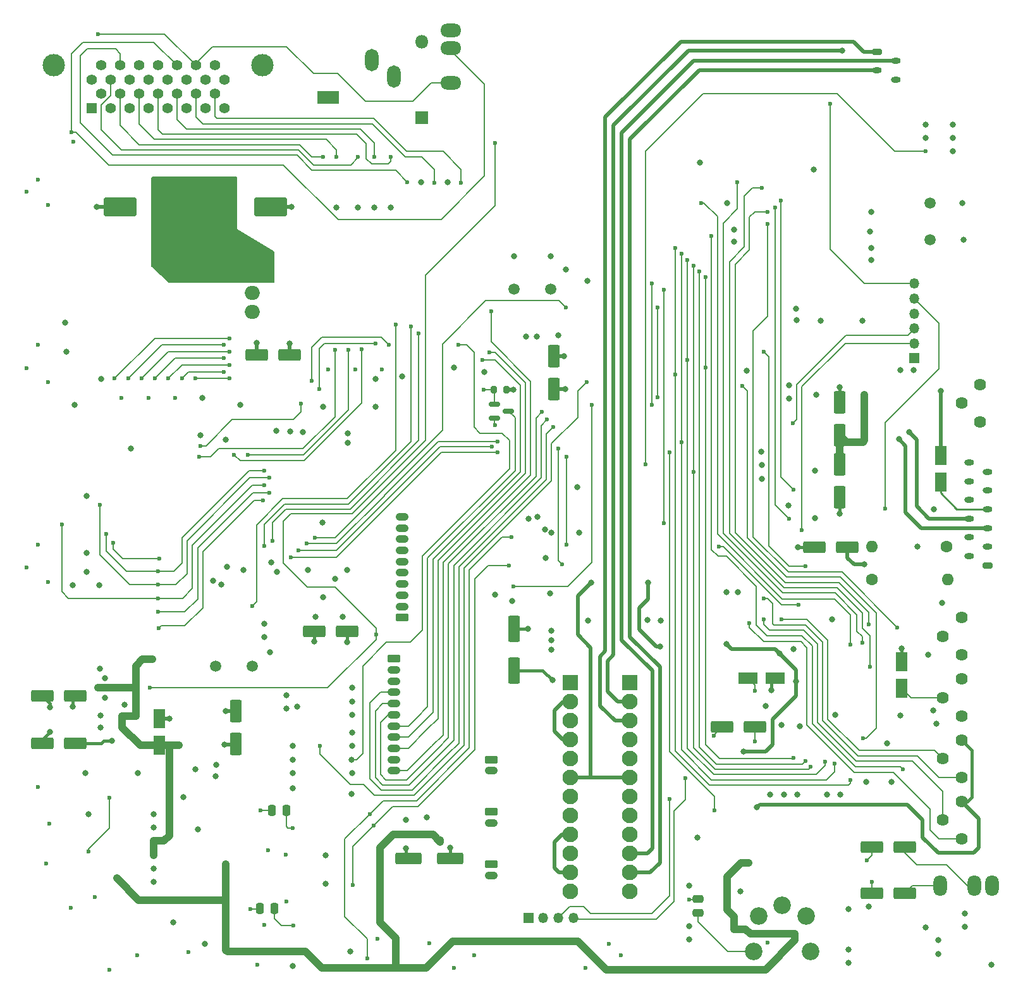
<source format=gbr>
%TF.GenerationSoftware,KiCad,Pcbnew,8.0.9-8.0.9-0~ubuntu24.04.1*%
%TF.CreationDate,2025-02-24T01:21:30+01:00*%
%TF.ProjectId,Main_PCB,4d61696e-5f50-4434-922e-6b696361645f,0.1*%
%TF.SameCoordinates,Original*%
%TF.FileFunction,Copper,L4,Bot*%
%TF.FilePolarity,Positive*%
%FSLAX46Y46*%
G04 Gerber Fmt 4.6, Leading zero omitted, Abs format (unit mm)*
G04 Created by KiCad (PCBNEW 8.0.9-8.0.9-0~ubuntu24.04.1) date 2025-02-24 01:21:30*
%MOMM*%
%LPD*%
G01*
G04 APERTURE LIST*
G04 Aperture macros list*
%AMRoundRect*
0 Rectangle with rounded corners*
0 $1 Rounding radius*
0 $2 $3 $4 $5 $6 $7 $8 $9 X,Y pos of 4 corners*
0 Add a 4 corners polygon primitive as box body*
4,1,4,$2,$3,$4,$5,$6,$7,$8,$9,$2,$3,0*
0 Add four circle primitives for the rounded corners*
1,1,$1+$1,$2,$3*
1,1,$1+$1,$4,$5*
1,1,$1+$1,$6,$7*
1,1,$1+$1,$8,$9*
0 Add four rect primitives between the rounded corners*
20,1,$1+$1,$2,$3,$4,$5,0*
20,1,$1+$1,$4,$5,$6,$7,0*
20,1,$1+$1,$6,$7,$8,$9,0*
20,1,$1+$1,$8,$9,$2,$3,0*%
G04 Aperture macros list end*
%TA.AperFunction,ComponentPad*%
%ADD10C,1.500000*%
%TD*%
%TA.AperFunction,ComponentPad*%
%ADD11C,2.340000*%
%TD*%
%TA.AperFunction,ComponentPad*%
%ADD12R,1.350000X1.350000*%
%TD*%
%TA.AperFunction,ComponentPad*%
%ADD13O,1.350000X1.350000*%
%TD*%
%TA.AperFunction,SMDPad,CuDef*%
%ADD14RoundRect,0.250000X0.550000X-1.250000X0.550000X1.250000X-0.550000X1.250000X-0.550000X-1.250000X0*%
%TD*%
%TA.AperFunction,SMDPad,CuDef*%
%ADD15RoundRect,0.250000X1.250000X0.550000X-1.250000X0.550000X-1.250000X-0.550000X1.250000X-0.550000X0*%
%TD*%
%TA.AperFunction,SMDPad,CuDef*%
%ADD16RoundRect,0.250000X-1.950000X-1.000000X1.950000X-1.000000X1.950000X1.000000X-1.950000X1.000000X0*%
%TD*%
%TA.AperFunction,SMDPad,CuDef*%
%ADD17RoundRect,0.250000X0.550000X-1.500000X0.550000X1.500000X-0.550000X1.500000X-0.550000X-1.500000X0*%
%TD*%
%TA.AperFunction,ComponentPad*%
%ADD18O,2.800000X1.800000*%
%TD*%
%TA.AperFunction,SMDPad,CuDef*%
%ADD19RoundRect,0.250000X0.550000X-1.050000X0.550000X1.050000X-0.550000X1.050000X-0.550000X-1.050000X0*%
%TD*%
%TA.AperFunction,SMDPad,CuDef*%
%ADD20RoundRect,0.250000X-1.500000X-0.550000X1.500000X-0.550000X1.500000X0.550000X-1.500000X0.550000X0*%
%TD*%
%TA.AperFunction,SMDPad,CuDef*%
%ADD21RoundRect,0.250000X-1.250000X-0.550000X1.250000X-0.550000X1.250000X0.550000X-1.250000X0.550000X0*%
%TD*%
%TA.AperFunction,SMDPad,CuDef*%
%ADD22RoundRect,0.250000X1.950000X1.000000X-1.950000X1.000000X-1.950000X-1.000000X1.950000X-1.000000X0*%
%TD*%
%TA.AperFunction,SMDPad,CuDef*%
%ADD23RoundRect,0.250000X-0.250000X-0.475000X0.250000X-0.475000X0.250000X0.475000X-0.250000X0.475000X0*%
%TD*%
%TA.AperFunction,ComponentPad*%
%ADD24RoundRect,0.200000X0.450000X-0.200000X0.450000X0.200000X-0.450000X0.200000X-0.450000X-0.200000X0*%
%TD*%
%TA.AperFunction,ComponentPad*%
%ADD25O,1.300000X0.800000*%
%TD*%
%TA.AperFunction,SMDPad,CuDef*%
%ADD26RoundRect,0.250000X-0.550000X1.250000X-0.550000X-1.250000X0.550000X-1.250000X0.550000X1.250000X0*%
%TD*%
%TA.AperFunction,ComponentPad*%
%ADD27RoundRect,0.250000X0.615000X-0.265000X0.615000X0.265000X-0.615000X0.265000X-0.615000X-0.265000X0*%
%TD*%
%TA.AperFunction,ComponentPad*%
%ADD28O,1.730000X1.030000*%
%TD*%
%TA.AperFunction,SMDPad,CuDef*%
%ADD29RoundRect,0.250000X-0.475000X0.250000X-0.475000X-0.250000X0.475000X-0.250000X0.475000X0.250000X0*%
%TD*%
%TA.AperFunction,ComponentPad*%
%ADD30RoundRect,0.250000X-0.615000X0.265000X-0.615000X-0.265000X0.615000X-0.265000X0.615000X0.265000X0*%
%TD*%
%TA.AperFunction,ComponentPad*%
%ADD31C,1.600000*%
%TD*%
%TA.AperFunction,ComponentPad*%
%ADD32O,1.600000X1.600000*%
%TD*%
%TA.AperFunction,ComponentPad*%
%ADD33C,1.620000*%
%TD*%
%TA.AperFunction,ComponentPad*%
%ADD34R,2.100000X2.100000*%
%TD*%
%TA.AperFunction,ComponentPad*%
%ADD35C,2.100000*%
%TD*%
%TA.AperFunction,ComponentPad*%
%ADD36O,1.800000X2.800000*%
%TD*%
%TA.AperFunction,ComponentPad*%
%ADD37RoundRect,0.200000X-0.450000X0.200000X-0.450000X-0.200000X0.450000X-0.200000X0.450000X0.200000X0*%
%TD*%
%TA.AperFunction,SMDPad,CuDef*%
%ADD38RoundRect,0.200000X0.200000X0.275000X-0.200000X0.275000X-0.200000X-0.275000X0.200000X-0.275000X0*%
%TD*%
%TA.AperFunction,ComponentPad*%
%ADD39R,1.400000X1.400000*%
%TD*%
%TA.AperFunction,ComponentPad*%
%ADD40C,1.400000*%
%TD*%
%TA.AperFunction,ComponentPad*%
%ADD41C,3.000000*%
%TD*%
%TA.AperFunction,ComponentPad*%
%ADD42R,3.000000X1.800000*%
%TD*%
%TA.AperFunction,ComponentPad*%
%ADD43O,1.800000X3.000000*%
%TD*%
%TA.AperFunction,ComponentPad*%
%ADD44R,1.800000X1.800000*%
%TD*%
%TA.AperFunction,ComponentPad*%
%ADD45O,1.800000X1.800000*%
%TD*%
%TA.AperFunction,ComponentPad*%
%ADD46R,2.000000X1.905000*%
%TD*%
%TA.AperFunction,ComponentPad*%
%ADD47O,2.000000X1.905000*%
%TD*%
%TA.AperFunction,SMDPad,CuDef*%
%ADD48RoundRect,0.250000X1.050000X0.550000X-1.050000X0.550000X-1.050000X-0.550000X1.050000X-0.550000X0*%
%TD*%
%TA.AperFunction,SMDPad,CuDef*%
%ADD49RoundRect,0.150000X-0.587500X-0.150000X0.587500X-0.150000X0.587500X0.150000X-0.587500X0.150000X0*%
%TD*%
%TA.AperFunction,ViaPad*%
%ADD50C,0.800000*%
%TD*%
%TA.AperFunction,ViaPad*%
%ADD51C,0.600000*%
%TD*%
%TA.AperFunction,Conductor*%
%ADD52C,0.200000*%
%TD*%
%TA.AperFunction,Conductor*%
%ADD53C,0.500000*%
%TD*%
%TA.AperFunction,Conductor*%
%ADD54C,0.400000*%
%TD*%
%TA.AperFunction,Conductor*%
%ADD55C,0.250000*%
%TD*%
%TA.AperFunction,Conductor*%
%ADD56C,1.000000*%
%TD*%
G04 APERTURE END LIST*
D10*
%TO.P,X101,1,1*%
%TO.N,Net-(IC106-XTAI)*%
X166800000Y-107400000D03*
%TO.P,X101,2,2*%
%TO.N,Net-(IC106-XTAO)*%
X166800000Y-102500000D03*
%TD*%
D11*
%TO.P,RV201,1,1*%
%TO.N,Net-(C219-Pad2)*%
X150800000Y-202700000D03*
%TO.P,RV201,2,2*%
%TO.N,GND*%
X150200000Y-197900000D03*
%TO.P,RV201,3,3*%
%TO.N,/AUDIO/AUDIO_L*%
X147000000Y-196500000D03*
%TO.P,RV201,4,4*%
%TO.N,/AUDIO/AUDIO_R*%
X143800000Y-197900000D03*
%TO.P,RV201,5,5*%
%TO.N,Net-(C220-Pad2)*%
X143200000Y-202700000D03*
%TD*%
D12*
%TO.P,P104,1,Pin_1*%
%TO.N,/Servo and Actuator Drivers/TE*%
X113000000Y-198200000D03*
D13*
%TO.P,P104,2,Pin_2*%
%TO.N,/Servo and Actuator Drivers/FE*%
X115000000Y-198200000D03*
%TO.P,P104,3,Pin_3*%
%TO.N,Net-(P104-Pin_3)*%
X117000000Y-198200000D03*
%TO.P,P104,4,Pin_4*%
%TO.N,Net-(P104-Pin_4)*%
X119000000Y-198200000D03*
%TD*%
D14*
%TO.P,C149,1*%
%TO.N,+5V*%
X116400000Y-127400000D03*
%TO.P,C149,2*%
%TO.N,GND*%
X116400000Y-123000000D03*
%TD*%
D15*
%TO.P,C201,1*%
%TO.N,Net-(IC201-VREFH1)*%
X52300000Y-174800000D03*
%TO.P,C201,2*%
%TO.N,GND*%
X47900000Y-174800000D03*
%TD*%
D10*
%TO.P,CF101,1,1*%
%TO.N,Net-(IC108-X1)*%
X111100000Y-114000000D03*
%TO.P,CF101,2,2*%
%TO.N,Net-(IC108-X2)*%
X116000000Y-114000000D03*
%TD*%
D16*
%TO.P,C301,1*%
%TO.N,+9V*%
X71100000Y-103000000D03*
%TO.P,C301,2*%
%TO.N,GND*%
X78500000Y-103000000D03*
%TD*%
D17*
%TO.P,C136,1*%
%TO.N,+9V*%
X111100000Y-165100000D03*
%TO.P,C136,2*%
%TO.N,GND*%
X111100000Y-159500000D03*
%TD*%
D18*
%TO.P,JK101,R*%
%TO.N,/AUDIO/LINEOUT_R*%
X102600000Y-81800000D03*
%TO.P,JK101,S*%
%TO.N,GND*%
X102600000Y-79400000D03*
%TO.P,JK101,T*%
%TO.N,/AUDIO/LINEOUT_L*%
X102600000Y-86400000D03*
%TD*%
D19*
%TO.P,C200,1*%
%TO.N,+5VA*%
X63600000Y-175100000D03*
%TO.P,C200,2*%
%TO.N,GND*%
X63600000Y-171500000D03*
%TD*%
D20*
%TO.P,C303,1*%
%TO.N,Net-(Q305-B)*%
X96900000Y-190200000D03*
%TO.P,C303,2*%
%TO.N,GND*%
X102500000Y-190200000D03*
%TD*%
D21*
%TO.P,C226,1*%
%TO.N,Net-(C226-Pad1)*%
X159000000Y-194900000D03*
%TO.P,C226,2*%
%TO.N,Net-(Q208-C)*%
X163400000Y-194900000D03*
%TD*%
D15*
%TO.P,C122,1*%
%TO.N,Net-(IC102-SL+)*%
X143300000Y-172600000D03*
%TO.P,C122,2*%
%TO.N,Net-(C122-Pad2)*%
X138900000Y-172600000D03*
%TD*%
D22*
%TO.P,C300,1*%
%TO.N,+9V*%
X65700000Y-103000000D03*
%TO.P,C300,2*%
%TO.N,GND*%
X58300000Y-103000000D03*
%TD*%
D23*
%TO.P,C216,1*%
%TO.N,Net-(C213-Pad1)*%
X78650000Y-183800000D03*
%TO.P,C216,2*%
%TO.N,Net-(C216-Pad2)*%
X80550000Y-183800000D03*
%TD*%
D24*
%TO.P,CN102,1,Pin_1*%
%TO.N,GND*%
X174500000Y-151000000D03*
D25*
%TO.P,CN102,2,Pin_2*%
%TO.N,Net-(CN102-Pin_2)*%
X172000000Y-149750000D03*
%TO.P,CN102,3,Pin_3*%
%TO.N,Net-(CN102-Pin_3)*%
X174500000Y-148500000D03*
%TO.P,CN102,4,Pin_4*%
%TO.N,GND*%
X172000000Y-147250000D03*
%TO.P,CN102,5,Pin_5*%
%TO.N,Net-(CN102-Pin_5)*%
X174500000Y-146000000D03*
%TO.P,CN102,6,Pin_6*%
%TO.N,Net-(CN102-Pin_6)*%
X172000000Y-144750000D03*
%TO.P,CN102,7,Pin_7*%
%TO.N,Net-(CN102-Pin_7)*%
X174500000Y-143500000D03*
%TO.P,CN102,8,Pin_8*%
%TO.N,GND*%
X172000000Y-142250000D03*
%TO.P,CN102,9,Pin_9*%
%TO.N,/RF AMP/B+D*%
X174500000Y-141000000D03*
%TO.P,CN102,10,Pin_10*%
%TO.N,/RF AMP/A+C*%
X172000000Y-139750000D03*
%TO.P,CN102,11,Pin_11*%
X174500000Y-138500000D03*
%TO.P,CN102,12,Pin_12*%
%TO.N,/RF AMP/B+D*%
X172000000Y-137250000D03*
%TD*%
D12*
%TO.P,P103,1,Pin_1*%
%TO.N,/VC*%
X164700000Y-123300000D03*
D13*
%TO.P,P103,2,Pin_2*%
%TO.N,Net-(P103-Pin_2)*%
X164700000Y-121300000D03*
%TO.P,P103,3,Pin_3*%
%TO.N,Net-(IC101-TE)*%
X164700000Y-119300000D03*
%TO.P,P103,4,Pin_4*%
%TO.N,GND*%
X164700000Y-117300000D03*
%TO.P,P103,5,Pin_5*%
%TO.N,/RF AMP/RFO*%
X164700000Y-115300000D03*
%TO.P,P103,6,Pin_6*%
%TO.N,/DSP/PCLK*%
X164700000Y-113300000D03*
%TD*%
D26*
%TO.P,C113,1*%
%TO.N,+5V*%
X154700000Y-129200000D03*
%TO.P,C113,2*%
%TO.N,/VC*%
X154700000Y-133600000D03*
%TD*%
D23*
%TO.P,C215,1*%
%TO.N,Net-(C214-Pad1)*%
X77050000Y-196900000D03*
%TO.P,C215,2*%
%TO.N,Net-(C215-Pad2)*%
X78950000Y-196900000D03*
%TD*%
D27*
%TO.P,P101,1,Pin_1*%
%TO.N,+5V*%
X96100000Y-158000000D03*
D28*
%TO.P,P101,2,Pin_2*%
%TO.N,GND*%
X96100000Y-156500000D03*
%TO.P,P101,3,Pin_3*%
%TO.N,/PD7*%
X96100000Y-155000000D03*
%TO.P,P101,4,Pin_4*%
%TO.N,/PD6*%
X96100000Y-153500000D03*
%TO.P,P101,5,Pin_5*%
%TO.N,/PD5*%
X96100000Y-152000000D03*
%TO.P,P101,6,Pin_6*%
%TO.N,/PD4*%
X96100000Y-150500000D03*
%TO.P,P101,7,Pin_7*%
%TO.N,/PD3*%
X96100000Y-149000000D03*
%TO.P,P101,8,Pin_8*%
%TO.N,/PD2*%
X96100000Y-147500000D03*
%TO.P,P101,9,Pin_9*%
%TO.N,/PD1*%
X96100000Y-146000000D03*
%TO.P,P101,10,Pin_10*%
%TO.N,/PD0*%
X96100000Y-144500000D03*
%TD*%
D21*
%TO.P,C302,1*%
%TO.N,+5V*%
X76600000Y-122800000D03*
%TO.P,C302,2*%
%TO.N,GND*%
X81000000Y-122800000D03*
%TD*%
D29*
%TO.P,C220,1*%
%TO.N,Net-(C220-Pad1)*%
X135700000Y-195650000D03*
%TO.P,C220,2*%
%TO.N,Net-(C220-Pad2)*%
X135700000Y-197550000D03*
%TD*%
D30*
%TO.P,P105,1,Pin_1*%
%TO.N,Net-(P105-Pin_1)*%
X108000000Y-184000000D03*
D28*
%TO.P,P105,2,Pin_2*%
%TO.N,/MCU/PLAY_PAUSE*%
X108000000Y-185500000D03*
%TD*%
D31*
%TO.P,L101,1,1*%
%TO.N,Net-(CN102-Pin_3)*%
X169000000Y-148500000D03*
D32*
%TO.P,L101,2,2*%
%TO.N,Net-(Q101-C)*%
X159000000Y-148500000D03*
%TD*%
D31*
%TO.P,R101,1*%
%TO.N,+5V*%
X159000000Y-152900000D03*
D32*
%TO.P,R101,2*%
%TO.N,Net-(Q101-E)*%
X169160000Y-152900000D03*
%TD*%
D30*
%TO.P,P102,1,Pin_1*%
%TO.N,/SPL_MOTOR_BLACK*%
X95000000Y-163500000D03*
D28*
%TO.P,P102,2,Pin_2*%
%TO.N,/SPL_MOTOR_RED*%
X95000000Y-165000000D03*
%TO.P,P102,3,Pin_3*%
%TO.N,/~{MRST}*%
X95000000Y-166500000D03*
%TO.P,P102,4,Pin_4*%
%TO.N,/MCU/DIGIT1_EN*%
X95000000Y-168000000D03*
%TO.P,P102,5,Pin_5*%
%TO.N,/MCU/DIGIT2_EN*%
X95000000Y-169500000D03*
%TO.P,P102,6,Pin_6*%
%TO.N,/MCU/RS_EN*%
X95000000Y-171000000D03*
%TO.P,P102,7,Pin_7*%
%TO.N,/MCU/DISP_LATCH*%
X95000000Y-172500000D03*
%TO.P,P102,8,Pin_8*%
%TO.N,/MCU/PLAY_PAUSE*%
X95000000Y-174000000D03*
%TO.P,P102,9,Pin_9*%
%TO.N,/MCU/FS_RS*%
X95000000Y-175500000D03*
%TO.P,P102,10,Pin_10*%
%TO.N,Net-(P102-Pin_10)*%
X95000000Y-177000000D03*
%TO.P,P102,11,Pin_11*%
%TO.N,/MCU/STOP*%
X95000000Y-178500000D03*
%TD*%
D33*
%TO.P,VR102,1,1*%
%TO.N,Net-(R105-Pad2)*%
X171000000Y-158000000D03*
%TO.P,VR102,2,2*%
%TO.N,Net-(IC101-FEBIAS)*%
X168500000Y-160500000D03*
%TO.P,VR102,3,3*%
%TO.N,Net-(R106-Pad1)*%
X171000000Y-163000000D03*
%TD*%
D21*
%TO.P,C225,1*%
%TO.N,Net-(C225-Pad1)*%
X159000000Y-188700000D03*
%TO.P,C225,2*%
%TO.N,Net-(Q209-C)*%
X163400000Y-188700000D03*
%TD*%
D19*
%TO.P,C129,1*%
%TO.N,Net-(IC102-3.5V)*%
X163000000Y-167500000D03*
%TO.P,C129,2*%
%TO.N,GND*%
X163000000Y-163900000D03*
%TD*%
D30*
%TO.P,P106,1,Pin_1*%
%TO.N,Net-(P106-Pin_1)*%
X108000000Y-191000000D03*
D28*
%TO.P,P106,2,Pin_2*%
%TO.N,Net-(P106-Pin_2)*%
X108000000Y-192500000D03*
%TD*%
D33*
%TO.P,VR105,1,1*%
%TO.N,Net-(R127-Pad1)*%
X171000000Y-166200000D03*
%TO.P,VR105,2,2*%
%TO.N,Net-(IC102-3.5V)*%
X168500000Y-168700000D03*
%TO.P,VR105,3,3*%
X171000000Y-171200000D03*
%TD*%
D15*
%TO.P,C202,1*%
%TO.N,Net-(IC201-VREFL1)*%
X52300000Y-168500000D03*
%TO.P,C202,2*%
%TO.N,GND*%
X47900000Y-168500000D03*
%TD*%
D21*
%TO.P,C159,1*%
%TO.N,+5V*%
X84300000Y-159800000D03*
%TO.P,C159,2*%
%TO.N,GND*%
X88700000Y-159800000D03*
%TD*%
D33*
%TO.P,VR101,1,1*%
%TO.N,Net-(R104-Pad2)*%
X173500000Y-126800000D03*
%TO.P,VR101,2,2*%
%TO.N,Net-(IC101-E1)*%
X171000000Y-129300000D03*
%TO.P,VR101,3,3*%
%TO.N,Net-(IC101-E0)*%
X173500000Y-131800000D03*
%TD*%
D34*
%TO.P,IC105,1,VCC*%
%TO.N,+9V*%
X126600000Y-166700000D03*
D35*
%TO.P,IC105,2*%
%TO.N,Net-(CN101-Pin_4)*%
X126600000Y-169240000D03*
%TO.P,IC105,3*%
%TO.N,Net-(CN101-Pin_1)*%
X126600000Y-171780000D03*
%TO.P,IC105,4*%
%TO.N,Net-(CN101-Pin_4)*%
X126600000Y-174320000D03*
%TO.P,IC105,5*%
%TO.N,Net-(IC105-Pad5)*%
X126600000Y-176860000D03*
%TO.P,IC105,6*%
%TO.N,/Servo and Actuator Drivers/VSUP{slash}2*%
X126600000Y-179400000D03*
%TO.P,IC105,7,MUTE*%
%TO.N,unconnected-(IC105-MUTE-Pad7)*%
X126600000Y-181940000D03*
%TO.P,IC105,8*%
%TO.N,Net-(IC105-Pad8)*%
X126600000Y-184480000D03*
%TO.P,IC105,9*%
%TO.N,Net-(CN101-Pin_3)*%
X126600000Y-187020000D03*
%TO.P,IC105,10*%
%TO.N,Net-(CN101-Pin_2)*%
X126600000Y-189560000D03*
%TO.P,IC105,11*%
%TO.N,Net-(CN101-Pin_3)*%
X126600000Y-192100000D03*
%TO.P,IC105,12,GND*%
%TO.N,GND*%
X126600000Y-194640000D03*
%TD*%
D36*
%TO.P,JK102,R*%
%TO.N,Net-(Q209-C)*%
X172700000Y-193900000D03*
%TO.P,JK102,S*%
%TO.N,GND*%
X175100000Y-193900000D03*
%TO.P,JK102,T*%
%TO.N,Net-(Q208-C)*%
X168100000Y-193900000D03*
%TD*%
D37*
%TO.P,CN101,1,Pin_1*%
%TO.N,Net-(CN101-Pin_1)*%
X159700000Y-82250000D03*
D25*
%TO.P,CN101,2,Pin_2*%
%TO.N,Net-(CN101-Pin_2)*%
X162200000Y-83500000D03*
%TO.P,CN101,3,Pin_3*%
%TO.N,Net-(CN101-Pin_3)*%
X159700000Y-84750000D03*
%TO.P,CN101,4,Pin_4*%
%TO.N,Net-(CN101-Pin_4)*%
X162200000Y-86000000D03*
%TD*%
D38*
%TO.P,R513,1*%
%TO.N,+5V*%
X110025000Y-127500000D03*
%TO.P,R513,2*%
%TO.N,/~{WR}*%
X108375000Y-127500000D03*
%TD*%
D39*
%TO.P,JK104,A1,SCSI_D7*%
%TO.N,/SCSI/SCSI_D7*%
X54500000Y-89810000D03*
D40*
%TO.P,JK104,A2,~{SCSI_RST}*%
%TO.N,/SCSI/~{SCSI_RST}*%
X55770000Y-87905000D03*
%TO.P,JK104,A3,SCSI_D6*%
%TO.N,/SCSI/SCSI_D6*%
X57040000Y-89810000D03*
%TO.P,JK104,A4,~{SCSI_SEL}*%
%TO.N,Net-(JK104B-~{SCSI_SEL})*%
X58310000Y-87905000D03*
%TO.P,JK104,A5,SCSI_D5*%
%TO.N,/SCSI/SCSI_D5*%
X59580000Y-89810000D03*
%TO.P,JK104,A6,SFSY*%
%TO.N,Net-(JK104B-SFSY)*%
X60850000Y-87905000D03*
%TO.P,JK104,A7,SCSI_D4*%
%TO.N,/SCSI/SCSI_D4*%
X62120000Y-89810000D03*
%TO.P,JK104,A8,I2S_LRCK*%
%TO.N,Net-(JK104B-I2S_LRCK)*%
X63390000Y-87905000D03*
%TO.P,JK104,A9,SCSI_D3*%
%TO.N,/SCSI/SCSI_D3*%
X64660000Y-89810000D03*
%TO.P,JK104,A10,I2S_DAT*%
%TO.N,Net-(JK104B-I2S_DAT)*%
X65930000Y-87905000D03*
%TO.P,JK104,A11,SCSI_D2*%
%TO.N,/SCSI/SCSI_D2*%
X67200000Y-89810000D03*
%TO.P,JK104,A12,PW*%
%TO.N,Net-(JK104B-PW)*%
X68470000Y-87905000D03*
%TO.P,JK104,A13,SCSI_D1*%
%TO.N,/SCSI/SCSI_D1*%
X69740000Y-89810000D03*
%TO.P,JK104,A14,SBCK*%
%TO.N,Net-(JK104B-SBCK)*%
X71010000Y-87905000D03*
%TO.P,JK104,A15,SCSI_D0*%
%TO.N,/SCSI/SCSI_D0*%
X72280000Y-89810000D03*
%TO.P,JK104,B1,~{SCSI_ACK}*%
%TO.N,Net-(JK104C-~{SCSI_ACK})*%
X54500000Y-86000000D03*
%TO.P,JK104,B2,~{SCSI_REQ}*%
%TO.N,Net-(JK104D-~{SCSI_REQ})*%
X55770000Y-84095000D03*
%TO.P,JK104,B3,I2S_SCLK*%
%TO.N,Net-(JK104C-I2S_SCLK)*%
X57040000Y-86000000D03*
%TO.P,JK104,B4,SBSY*%
%TO.N,Net-(JK104D-SBSY)*%
X58310000Y-84095000D03*
%TO.P,JK104,B5,~{SCSI_CD}*%
%TO.N,Net-(JK104C-~{SCSI_CD})*%
X59580000Y-86000000D03*
%TO.P,JK104,B6,~{SCSI_MSG}*%
%TO.N,Net-(JK104D-~{SCSI_MSG})*%
X60850000Y-84095000D03*
%TO.P,JK104,B7,~{SCSI_BSY}*%
%TO.N,Net-(JK104C-~{SCSI_BSY})*%
X62120000Y-86000000D03*
%TO.P,JK104,B8,+9V*%
%TO.N,+9V*%
X63390000Y-84095000D03*
%TO.P,JK104,B9,+9V*%
X64660000Y-86000000D03*
%TO.P,JK104,B10,AUDIO_R*%
%TO.N,/AUDIO/LINEOUT_R*%
X65930000Y-84095000D03*
%TO.P,JK104,B11,GNDA*%
%TO.N,GND*%
X67200000Y-86000000D03*
%TO.P,JK104,B12,AUDIO_L*%
%TO.N,/AUDIO/LINEOUT_L*%
X68470000Y-84095000D03*
%TO.P,JK104,B13,GND*%
%TO.N,GND*%
X69740000Y-86000000D03*
%TO.P,JK104,B14,GND*%
X71010000Y-84095000D03*
%TO.P,JK104,B15,~{SCSI_IO}*%
%TO.N,Net-(JK104C-~{SCSI_IO})*%
X72280000Y-86000000D03*
D41*
%TO.P,JK104,MH,MH*%
%TO.N,GND*%
X49440000Y-84095000D03*
X77340000Y-84095000D03*
%TD*%
D42*
%TO.P,JK103,1*%
%TO.N,GND*%
X86200000Y-88400000D03*
D43*
%TO.P,JK103,2*%
%TO.N,Net-(D301-A)*%
X92000000Y-83400000D03*
%TO.P,JK103,3*%
X95000000Y-85600000D03*
%TD*%
D34*
%TO.P,IC104,1,VCC*%
%TO.N,+9V*%
X118600000Y-166700000D03*
D35*
%TO.P,IC104,2*%
%TO.N,/SPL_MOTOR_RED*%
X118600000Y-169240000D03*
%TO.P,IC104,3*%
%TO.N,/SPL_MOTOR_BLACK*%
X118600000Y-171780000D03*
%TO.P,IC104,4*%
%TO.N,/SPL_MOTOR_RED*%
X118600000Y-174320000D03*
%TO.P,IC104,5*%
%TO.N,Net-(IC104-Pad5)*%
X118600000Y-176860000D03*
%TO.P,IC104,6*%
%TO.N,/Servo and Actuator Drivers/VSUP{slash}2*%
X118600000Y-179400000D03*
%TO.P,IC104,7,MUTE*%
%TO.N,unconnected-(IC104-MUTE-Pad7)*%
X118600000Y-181940000D03*
%TO.P,IC104,8*%
%TO.N,Net-(IC104-Pad8)*%
X118600000Y-184480000D03*
%TO.P,IC104,9*%
%TO.N,Net-(P106-Pin_2)*%
X118600000Y-187020000D03*
%TO.P,IC104,10*%
%TO.N,Net-(P106-Pin_1)*%
X118600000Y-189560000D03*
%TO.P,IC104,11*%
%TO.N,Net-(P106-Pin_2)*%
X118600000Y-192100000D03*
%TO.P,IC104,12,GND*%
%TO.N,GND*%
X118600000Y-194640000D03*
%TD*%
D26*
%TO.P,C114,1*%
%TO.N,/VC*%
X154700000Y-137500000D03*
%TO.P,C114,2*%
%TO.N,GND*%
X154700000Y-141900000D03*
%TD*%
D44*
%TO.P,D301,1,K*%
%TO.N,+9V*%
X98700000Y-91100000D03*
D45*
%TO.P,D301,2,A*%
%TO.N,Net-(D301-A)*%
X98700000Y-80940000D03*
%TD*%
D14*
%TO.P,C304,1*%
%TO.N,Net-(Q307-B)*%
X73800000Y-174900000D03*
%TO.P,C304,2*%
%TO.N,GND*%
X73800000Y-170500000D03*
%TD*%
D46*
%TO.P,IC301,1,IN*%
%TO.N,+9V*%
X76000000Y-112000000D03*
D47*
%TO.P,IC301,2,GND*%
%TO.N,GND*%
X76000000Y-114540000D03*
%TO.P,IC301,3,OUT*%
%TO.N,+5V*%
X76000000Y-117080000D03*
%TD*%
D33*
%TO.P,VR103,1,1*%
%TO.N,/VC*%
X171000000Y-174400000D03*
%TO.P,VR103,2,2*%
%TO.N,/Servo and Actuator Drivers/TE*%
X168500000Y-176900000D03*
%TO.P,VR103,3,3*%
%TO.N,Net-(C112-Pad2)*%
X171000000Y-179400000D03*
%TD*%
D48*
%TO.P,C117,1*%
%TO.N,+5V*%
X146000000Y-166100000D03*
%TO.P,C117,2*%
%TO.N,Net-(IC102-SRCH)*%
X142400000Y-166100000D03*
%TD*%
D49*
%TO.P,D105,1,A*%
%TO.N,/PF5*%
X108462500Y-131350000D03*
%TO.P,D105,2,A*%
%TO.N,/~{WR}*%
X108462500Y-129450000D03*
%TO.P,D105,3,K*%
%TO.N,/MCU/DISP_LATCH*%
X110337500Y-130400000D03*
%TD*%
D10*
%TO.P,CF102,1,1*%
%TO.N,GND*%
X71100000Y-164500000D03*
%TO.P,CF102,2,2*%
%TO.N,Net-(Q104-B)*%
X76000000Y-164500000D03*
%TD*%
D19*
%TO.P,C102,1*%
%TO.N,Net-(CN102-Pin_7)*%
X168200000Y-139900000D03*
%TO.P,C102,2*%
%TO.N,/VC*%
X168200000Y-136300000D03*
%TD*%
D33*
%TO.P,VR104,1,1*%
%TO.N,/VC*%
X171000000Y-182600000D03*
%TO.P,VR104,2,2*%
%TO.N,/Servo and Actuator Drivers/FE*%
X168500000Y-185100000D03*
%TO.P,VR104,3,3*%
%TO.N,Net-(C111-Pad2)*%
X171000000Y-187600000D03*
%TD*%
D30*
%TO.P,P107,1,Pin_1*%
%TO.N,Net-(P102-Pin_10)*%
X108000000Y-177000000D03*
D28*
%TO.P,P107,2,Pin_2*%
%TO.N,Net-(P107-Pin_2)*%
X108000000Y-178500000D03*
%TD*%
D21*
%TO.P,C101,1*%
%TO.N,+5V*%
X151300000Y-148600000D03*
%TO.P,C101,2*%
%TO.N,Net-(IC101-LD)*%
X155700000Y-148600000D03*
%TD*%
D50*
%TO.N,GND*%
X169800000Y-95600000D03*
D51*
%TO.N,/MODE_SELECT*%
X166200000Y-95600000D03*
D50*
%TO.N,GND*%
X92500000Y-129800000D03*
%TO.N,+5V*%
X92500000Y-126100000D03*
%TO.N,Net-(CN101-Pin_4)*%
X155000000Y-82100000D03*
%TO.N,GND*%
X66800000Y-182000000D03*
X85400000Y-145300000D03*
X62800000Y-191600000D03*
D51*
X51700000Y-196800000D03*
D50*
X141400000Y-194600000D03*
X110800000Y-155800000D03*
X148500000Y-162200000D03*
D51*
X45800000Y-151300000D03*
X62100000Y-128600000D03*
D50*
X139525000Y-154600000D03*
X87100000Y-152800000D03*
X151400000Y-138300000D03*
X89400000Y-169200000D03*
X135600000Y-187400000D03*
X55600000Y-164800000D03*
X102550000Y-188837500D03*
D51*
X48700000Y-126500000D03*
D50*
X82000000Y-169900000D03*
X83500000Y-151600000D03*
X72500000Y-170500000D03*
X155900000Y-204200000D03*
X139600000Y-102500000D03*
X77600000Y-158800000D03*
X162800000Y-124900000D03*
X112700000Y-120400000D03*
X147900000Y-126900000D03*
D51*
X48700000Y-153200000D03*
X47300000Y-148200000D03*
D50*
X89400000Y-171000000D03*
X171100000Y-102500000D03*
X119800000Y-146600000D03*
X64900000Y-171500000D03*
D51*
X125400000Y-203200000D03*
D50*
X116100000Y-159765000D03*
X169800000Y-92000000D03*
X55500000Y-153700000D03*
X151500000Y-128200000D03*
D51*
X77600000Y-199100000D03*
D50*
X154100000Y-171000000D03*
X148900000Y-118200000D03*
D51*
X47300000Y-180700000D03*
D50*
X167900000Y-203000000D03*
X130700000Y-158400000D03*
D51*
X58500000Y-128625000D03*
D50*
X85800000Y-189800000D03*
X53700000Y-178800000D03*
X53800000Y-141700000D03*
X146900000Y-172400000D03*
X163000000Y-162100000D03*
X158900000Y-103700000D03*
D51*
X99700000Y-201600000D03*
D50*
X158600000Y-196700000D03*
X48900000Y-170000000D03*
X88700000Y-161300000D03*
X60700000Y-178800000D03*
X171400000Y-199400000D03*
X62800000Y-186100000D03*
X117800000Y-123000000D03*
D51*
X48800000Y-185600000D03*
D50*
X69300000Y-128625000D03*
X144300000Y-139400000D03*
X158900000Y-110100000D03*
X89300000Y-181600000D03*
X168400000Y-156000000D03*
D51*
X60600000Y-203200000D03*
D50*
X68700000Y-186300000D03*
D51*
X80600000Y-196000000D03*
D50*
X89400000Y-173400000D03*
X71900000Y-153600000D03*
D51*
X120600000Y-204900000D03*
D50*
X81400000Y-180800000D03*
X114100000Y-120400000D03*
X115900000Y-154800000D03*
X89400000Y-175200000D03*
X81000000Y-121300000D03*
X167900000Y-201200000D03*
X54095000Y-184305000D03*
X94600000Y-103100000D03*
X169800000Y-93800000D03*
X167600000Y-172200000D03*
X117000000Y-120200000D03*
X154700000Y-144100000D03*
D51*
X47300000Y-121500000D03*
D50*
X149300000Y-172500000D03*
X161000000Y-174800000D03*
X55200000Y-103000000D03*
D51*
X123800000Y-201700000D03*
D50*
X98600000Y-99700000D03*
X136000000Y-97100000D03*
X62800000Y-193400000D03*
X89400000Y-178800000D03*
D51*
X105700000Y-203200000D03*
D50*
X155900000Y-202400000D03*
X167200000Y-170400000D03*
D51*
X78100000Y-189100000D03*
D50*
X80600000Y-170200000D03*
X161600000Y-180000000D03*
X88100000Y-157900000D03*
D51*
X103000000Y-204900000D03*
D50*
X175000000Y-204500000D03*
X158900000Y-108500000D03*
X134500000Y-201100000D03*
X65400000Y-198800000D03*
X134500000Y-199300000D03*
X116000000Y-109600000D03*
X87300000Y-103100000D03*
X92400000Y-103100000D03*
D51*
X45800000Y-124600000D03*
X45800000Y-101000000D03*
D50*
X147800000Y-143000000D03*
X171300000Y-107400000D03*
D51*
X52100000Y-94300000D03*
D50*
X56300000Y-168700000D03*
X88800000Y-134600000D03*
D51*
X65700000Y-128625000D03*
D50*
X171400000Y-197600000D03*
X72500000Y-134200000D03*
D51*
X47300000Y-99400000D03*
X80500000Y-189700000D03*
D50*
X89400000Y-167400000D03*
D51*
X48400000Y-190900000D03*
D50*
X85800000Y-193650000D03*
X48900000Y-173300000D03*
X79200000Y-133000000D03*
X81300000Y-103000000D03*
X69700000Y-201700000D03*
X77600000Y-160600000D03*
X153000000Y-181700000D03*
X78600000Y-150600000D03*
X140500000Y-107700000D03*
D51*
X67500000Y-202800000D03*
X54900000Y-195400000D03*
D50*
X90200000Y-103100000D03*
X70800000Y-153100000D03*
X81400000Y-177000000D03*
D51*
X48700000Y-102800000D03*
D50*
X89100000Y-202700000D03*
X59800000Y-135400000D03*
X147900000Y-128700000D03*
X55800000Y-126100000D03*
X155900000Y-197000000D03*
X56300000Y-166100000D03*
D51*
X56900000Y-205100000D03*
D50*
X166200000Y-199437500D03*
X142200000Y-125000000D03*
X112900000Y-159500000D03*
D51*
X92800000Y-201000000D03*
D50*
X58900000Y-169700000D03*
X71100000Y-179200000D03*
X55700000Y-171100000D03*
X134500000Y-193900000D03*
X165062500Y-148500000D03*
X157700000Y-118300000D03*
X102200000Y-99700000D03*
X116100000Y-162305000D03*
D51*
X76700000Y-204500000D03*
D50*
X81400000Y-204600000D03*
D51*
X145000000Y-201500000D03*
D50*
X140500000Y-106100000D03*
X62800000Y-184300000D03*
X55700000Y-172700000D03*
X50962500Y-118500000D03*
X116100000Y-161035000D03*
X111100000Y-109600000D03*
X81400000Y-178800000D03*
%TO.N,Net-(CN102-Pin_6)*%
X164000000Y-133200000D03*
%TO.N,Net-(CN102-Pin_5)*%
X162600000Y-134100000D03*
D51*
%TO.N,/MCU/DIGIT1_EN*%
X116300000Y-132500000D03*
%TO.N,/~{WR}*%
X107000000Y-127500000D03*
%TO.N,/PF5*%
X108500000Y-132200000D03*
D50*
%TO.N,+5VA*%
X62600000Y-163600000D03*
X62800000Y-189800000D03*
X58600000Y-171200000D03*
X64900000Y-175100000D03*
X62800000Y-187900000D03*
X66200000Y-175100000D03*
X55400000Y-167400000D03*
X58600000Y-172700000D03*
D51*
%TO.N,/I2S_WDLK*%
X108500000Y-94500000D03*
X92600000Y-160300000D03*
X62300000Y-167395000D03*
D50*
%TO.N,Net-(IC201-VREFL1)*%
X52000000Y-169935000D03*
%TO.N,Net-(IC201-VREFH1)*%
X57200000Y-174500000D03*
D51*
%TO.N,/~{I2S_SCLK}*%
X76050000Y-156450000D03*
X95200000Y-118800000D03*
%TO.N,/I2S_LRCK*%
X98300000Y-120000000D03*
X78700000Y-147700000D03*
%TO.N,/I2S_DAT*%
X97300000Y-119000000D03*
X77600000Y-148400000D03*
D50*
%TO.N,+5V*%
X118000000Y-111400000D03*
X84300000Y-161200000D03*
X88700000Y-151600000D03*
X81100000Y-133100000D03*
X145500000Y-167700000D03*
X120900000Y-112900000D03*
X71200000Y-177700000D03*
X53800000Y-151900000D03*
D51*
X89800000Y-124800000D03*
D50*
X162800000Y-171100000D03*
X147200000Y-181700000D03*
X166200000Y-92000000D03*
X74800000Y-151600000D03*
X115200000Y-146200000D03*
X158700000Y-106300000D03*
X167300000Y-143500000D03*
X79300000Y-151900000D03*
X80600000Y-168400000D03*
X111000000Y-127500000D03*
D51*
X86200000Y-124800000D03*
D50*
X88800000Y-133300000D03*
X154653553Y-127153553D03*
X166500000Y-163000000D03*
X103000000Y-124500000D03*
X52237500Y-129550000D03*
X148800000Y-116700000D03*
X158200000Y-180000000D03*
X107100000Y-125100000D03*
X114200000Y-144500000D03*
X68400000Y-178300000D03*
X52000000Y-153700000D03*
X154800000Y-181700000D03*
X74400000Y-129500000D03*
X149100000Y-148600000D03*
X96100000Y-125700000D03*
X115300000Y-150000000D03*
X53800000Y-149300000D03*
X76600000Y-121200000D03*
X151400000Y-144700000D03*
X72600000Y-151200000D03*
X78400000Y-162600000D03*
X85500000Y-129800000D03*
X144800000Y-169800000D03*
X108500000Y-154900000D03*
X145400000Y-181700000D03*
X151200000Y-98000000D03*
X141025000Y-154600000D03*
X82800000Y-133200000D03*
X153700000Y-158200000D03*
X116100000Y-146600000D03*
X117900000Y-127400000D03*
X84500000Y-157900000D03*
X51100000Y-122450000D03*
X113000000Y-144800000D03*
D51*
X93400000Y-124800000D03*
D50*
X152100000Y-118300000D03*
X69100000Y-133600000D03*
X119500000Y-140500000D03*
X149000000Y-181700000D03*
X85500000Y-155300000D03*
X164600000Y-124900000D03*
X166200000Y-93800000D03*
X81400000Y-175200000D03*
D51*
%TO.N,/AUDIO/LINEOUT_R*%
X51800000Y-93000000D03*
%TO.N,/AUDIO/LINEOUT_L*%
X55400000Y-79900000D03*
%TO.N,/~{MRST}*%
X84400000Y-147300000D03*
X118000000Y-116500000D03*
%TO.N,/MCU/FS_RS*%
X107800000Y-122500000D03*
%TO.N,/MCU/PLAY_PAUSE*%
X106800000Y-123500000D03*
%TO.N,/AUDIO_EN*%
X117000000Y-135400000D03*
X117500000Y-150900000D03*
%TO.N,/MCU/STOP*%
X108000000Y-117000000D03*
%TO.N,Net-(Q102-C)*%
X157800000Y-174150000D03*
X141600000Y-127000000D03*
%TO.N,Net-(Q103-B)*%
X131900000Y-135900000D03*
X137900000Y-183800000D03*
%TO.N,Net-(IC108-PC3{slash}~{INT2})*%
X120800000Y-126500000D03*
X85100000Y-175200000D03*
%TO.N,/MCU/DIGIT2_EN*%
X115500000Y-131500000D03*
%TO.N,Net-(Q203-C)*%
X110700000Y-147200000D03*
X91725000Y-184300000D03*
X91400000Y-203600000D03*
%TO.N,Net-(D203-A)*%
X92300000Y-185800000D03*
X89500000Y-193800000D03*
X110400000Y-151000000D03*
%TO.N,/MUTG*%
X129500000Y-129500000D03*
X121500000Y-129500000D03*
X129500000Y-113300000D03*
X111000000Y-153850000D03*
D50*
%TO.N,+9V*%
X121000000Y-158400000D03*
X96600000Y-185100000D03*
X71100000Y-105500000D03*
X71000000Y-110700000D03*
X65500000Y-105400000D03*
X65500000Y-100800000D03*
X71000000Y-108200000D03*
X65500000Y-109300000D03*
X116200000Y-166400000D03*
X73600000Y-108200000D03*
X99400000Y-184700000D03*
X128900000Y-158300000D03*
X73600000Y-110700000D03*
X71100000Y-100800000D03*
%TO.N,Net-(Q305-B)*%
X96600000Y-188900000D03*
%TO.N,+9VA*%
X101200000Y-188000000D03*
X140425000Y-197900000D03*
X57900000Y-192900000D03*
X142500000Y-190795000D03*
X72500000Y-191000000D03*
X148700000Y-200300000D03*
%TO.N,Net-(Q307-B)*%
X72332500Y-175032500D03*
D51*
%TO.N,/RF AMP/RFO*%
X160800000Y-143425000D03*
D50*
%TO.N,/VC*%
X143600000Y-183400000D03*
X139500000Y-161500000D03*
X146600000Y-162800000D03*
X154700000Y-135600000D03*
X144200000Y-135800000D03*
X148800000Y-166500000D03*
X144300000Y-137600000D03*
X141800000Y-175900000D03*
X157800000Y-134500000D03*
X158000000Y-128200000D03*
X168200000Y-127700000D03*
D51*
%TO.N,/DSP/ASY*%
X146000000Y-103100000D03*
X147900000Y-144800000D03*
%TO.N,Net-(C111-Pad2)*%
X142600000Y-158700000D03*
%TO.N,Net-(P104-Pin_3)*%
X131900000Y-182300000D03*
%TO.N,Net-(P104-Pin_4)*%
X134000000Y-179500000D03*
%TO.N,Net-(IC102-SL+)*%
X143300000Y-174600000D03*
%TO.N,Net-(C122-Pad2)*%
X137800000Y-173800000D03*
%TO.N,/MLT*%
X154000000Y-177500000D03*
X133500000Y-134500000D03*
X133500000Y-109300000D03*
%TO.N,/XRST*%
X135100000Y-138500000D03*
X150800000Y-178000000D03*
X135100000Y-110900000D03*
%TO.N,/PDO*%
X163100000Y-178300000D03*
X137500000Y-106900000D03*
%TO.N,/VCOI*%
X162400000Y-159300000D03*
X145000000Y-105300000D03*
%TO.N,Net-(IC102-FSW)*%
X156150000Y-161650000D03*
X136100000Y-102500000D03*
%TO.N,/MCU/RS_EN*%
X114800000Y-130500000D03*
D50*
%TO.N,/Servo and Actuator Drivers/VSUP{slash}2*%
X129000000Y-153300000D03*
X130600000Y-161900000D03*
X121400000Y-153300000D03*
%TO.N,/MCU/REPEAT*%
X89300000Y-177000000D03*
D51*
X103600000Y-121500000D03*
%TO.N,/~{DEMP}*%
X118100000Y-136500000D03*
X118100000Y-148200000D03*
%TO.N,Net-(IC107-~{WE})*%
X63500000Y-159400000D03*
X77500000Y-142300000D03*
%TO.N,/SCSI/MA9*%
X63400000Y-151800000D03*
X56500000Y-146775000D03*
X77600000Y-138300000D03*
%TO.N,/SCSI/MA10*%
X78300000Y-139300000D03*
X55600000Y-142900000D03*
X63400000Y-153600000D03*
%TO.N,/SCSI/MA11*%
X50500000Y-145505000D03*
X63400000Y-155400000D03*
X77600000Y-140300000D03*
%TO.N,/SCSI/MA12*%
X78300000Y-141300000D03*
X63400000Y-157200000D03*
%TO.N,/SCSI/~{SCSI_IO}*%
X69100000Y-135000000D03*
X82500000Y-129400000D03*
%TO.N,/SCSI/~{SCSI_CD}*%
X90700000Y-122100000D03*
X73600000Y-136200000D03*
%TO.N,/SCSI/~{SCSI_MSG}*%
X88900000Y-122200000D03*
X75400000Y-136200000D03*
%TO.N,/SCSI/~{SCSI_BSY}*%
X68900000Y-136500000D03*
X87100000Y-122200000D03*
%TO.N,/SCSI/SCSI_D7*%
X73000000Y-120600000D03*
X57600000Y-126000000D03*
%TO.N,/SCSI/SCSI_D6*%
X72200000Y-121500000D03*
X59400000Y-126000000D03*
%TO.N,/SCSI/SCSI_D5*%
X61200000Y-126000000D03*
X73000000Y-122400000D03*
%TO.N,/SCSI/SCSI_D4*%
X72200000Y-123300000D03*
X63000000Y-126000000D03*
%TO.N,/SCSI/SCSI_D3*%
X64800000Y-126000000D03*
X73000000Y-124200000D03*
%TO.N,/SCSI/SCSI_D2*%
X66600000Y-126000000D03*
X72200000Y-125100000D03*
%TO.N,/SCSI/SCSI_D1*%
X73000000Y-126000000D03*
X68400000Y-126000000D03*
%TO.N,/SCSI/~{SCSI_ACK}*%
X84000000Y-126300000D03*
X94300000Y-121500000D03*
%TO.N,/SCSI/~{SCSI_REQ}*%
X85000000Y-127400000D03*
X92500000Y-121300000D03*
%TO.N,Net-(IC101-TE)*%
X148400000Y-132000000D03*
%TO.N,Net-(C112-Pad2)*%
X144500000Y-155400000D03*
%TO.N,Net-(IC101-~{LDON})*%
X138500000Y-148500000D03*
X149200000Y-156300000D03*
%TO.N,Net-(IC202B-+)*%
X54100000Y-189300000D03*
X56900000Y-182100000D03*
%TO.N,Net-(C213-Pad1)*%
X77100000Y-183800000D03*
%TO.N,Net-(C214-Pad1)*%
X75800000Y-197000000D03*
%TO.N,Net-(C215-Pad2)*%
X81500000Y-199200000D03*
%TO.N,Net-(C216-Pad2)*%
X81400000Y-186200000D03*
%TO.N,Net-(C226-Pad1)*%
X159000000Y-193400000D03*
%TO.N,Net-(C225-Pad1)*%
X158300000Y-190500000D03*
%TO.N,/DSP/PCLK*%
X153400000Y-89200000D03*
%TO.N,Net-(JK104C-I2S_SCLK)*%
X90200000Y-96300000D03*
%TO.N,Net-(JK104B-SBCK)*%
X104000000Y-99800000D03*
%TO.N,Net-(JK104B-I2S_DAT)*%
X92400000Y-96300000D03*
%TO.N,Net-(JK104B-I2S_LRCK)*%
X94600000Y-96300000D03*
%TO.N,Net-(JK104B-PW)*%
X100400000Y-99800000D03*
%TO.N,Net-(JK104D-SBSY)*%
X96800000Y-99700000D03*
%TO.N,Net-(JK104B-~{SCSI_SEL})*%
X85500000Y-96300000D03*
%TO.N,Net-(JK104B-SFSY)*%
X87300000Y-96300000D03*
D50*
%TO.N,Net-(IC101-LD)*%
X158000000Y-150900000D03*
D51*
%TO.N,Net-(IC102-SRCH)*%
X143300000Y-167800000D03*
%TO.N,Net-(C220-Pad1)*%
X134500000Y-195700000D03*
%TO.N,/FOK*%
X150100000Y-151100000D03*
X144500000Y-122400000D03*
%TO.N,/DSP/EFM*%
X148480000Y-140880000D03*
X146800000Y-102200000D03*
%TO.N,/LOCK*%
X145000000Y-103700000D03*
X158600000Y-158900000D03*
%TO.N,/MDAT*%
X152700000Y-177300000D03*
X134300000Y-110100000D03*
X134300000Y-123500000D03*
%TO.N,/MDP*%
X158700000Y-164600000D03*
X144300000Y-100500000D03*
%TO.N,/MCK*%
X132700000Y-108500000D03*
X132700000Y-125500000D03*
X156150000Y-179700000D03*
%TO.N,/CNIN*%
X135900000Y-111700000D03*
X150100000Y-177200000D03*
%TO.N,/Servo and Actuator Drivers/TE*%
X146900000Y-158200000D03*
%TO.N,/MON*%
X157700000Y-161400000D03*
X141000000Y-99700000D03*
%TO.N,/Servo and Actuator Drivers/FE*%
X144500000Y-158200000D03*
%TO.N,/SENS*%
X148500000Y-176800000D03*
X136700000Y-124500000D03*
X136700000Y-112400000D03*
%TO.N,/MODE_SELECT*%
X128700000Y-137500000D03*
%TO.N,/CRCF*%
X131100000Y-114100000D03*
X131100000Y-145400000D03*
%TO.N,/SUBQ*%
X130300000Y-116500000D03*
X130300000Y-128500000D03*
%TO.N,/PA1*%
X108100000Y-135100000D03*
X82200000Y-149000000D03*
%TO.N,/PA0*%
X81200000Y-149900000D03*
X108900000Y-135900000D03*
%TO.N,/PA2*%
X108900000Y-134400000D03*
X83300000Y-148100000D03*
%TO.N,/SCSI/MA8*%
X63600000Y-150100000D03*
X57400000Y-148000000D03*
%TO.N,Net-(P103-Pin_2)*%
X149600000Y-146300000D03*
%TD*%
D52*
%TO.N,/RF AMP/RFO*%
X160800000Y-143425000D02*
X160800000Y-131900000D01*
X160800000Y-131900000D02*
X168000000Y-124700000D01*
X168000000Y-118600000D02*
X164700000Y-115300000D01*
X168000000Y-124700000D02*
X168000000Y-118600000D01*
%TO.N,Net-(IC101-TE)*%
X164700000Y-119300000D02*
X163800000Y-120200000D01*
X163800000Y-120200000D02*
X155500000Y-120200000D01*
X155500000Y-120200000D02*
X148900000Y-126800000D01*
X148900000Y-126800000D02*
X148900000Y-131500000D01*
X148900000Y-131500000D02*
X148400000Y-132000000D01*
%TO.N,Net-(P103-Pin_2)*%
X164700000Y-121300000D02*
X155400000Y-121300000D01*
X155400000Y-121300000D02*
X149600000Y-127100000D01*
X149600000Y-127100000D02*
X149600000Y-146300000D01*
%TO.N,/DSP/PCLK*%
X153400000Y-89200000D02*
X153400000Y-108700000D01*
X153400000Y-108700000D02*
X158000000Y-113300000D01*
X158000000Y-113300000D02*
X164700000Y-113300000D01*
%TO.N,/MODE_SELECT*%
X128700000Y-97100000D02*
X128700000Y-95600000D01*
X128700000Y-95600000D02*
X136400000Y-87900000D01*
X136400000Y-87900000D02*
X154300000Y-87900000D01*
X154300000Y-87900000D02*
X162000000Y-95600000D01*
X162000000Y-95600000D02*
X166200000Y-95600000D01*
X128700000Y-97100000D02*
X128700000Y-137500000D01*
X128700000Y-95500000D02*
X128700000Y-97100000D01*
D53*
%TO.N,Net-(CN101-Pin_1)*%
X159700000Y-82250000D02*
X157850000Y-82250000D01*
X157850000Y-82250000D02*
X156500000Y-80900000D01*
X122600000Y-169800000D02*
X124580000Y-171780000D01*
X156500000Y-80900000D02*
X133400000Y-80900000D01*
X133400000Y-80900000D02*
X123300000Y-91000000D01*
X123300000Y-91000000D02*
X123300000Y-162500000D01*
X122600000Y-163200000D02*
X122600000Y-169800000D01*
X123300000Y-162500000D02*
X122600000Y-163200000D01*
X124580000Y-171780000D02*
X126600000Y-171780000D01*
%TO.N,Net-(CN101-Pin_4)*%
X123600000Y-163800000D02*
X123600000Y-167900000D01*
X155000000Y-82100000D02*
X134400000Y-82100000D01*
X134400000Y-82100000D02*
X124400000Y-92100000D01*
X124400000Y-92100000D02*
X124400000Y-163000000D01*
X124400000Y-163000000D02*
X123600000Y-163800000D01*
X123600000Y-167900000D02*
X124940000Y-169240000D01*
X124940000Y-169240000D02*
X126600000Y-169240000D01*
%TO.N,Net-(CN101-Pin_3)*%
X159700000Y-84750000D02*
X135850000Y-84750000D01*
X130600000Y-190800000D02*
X129300000Y-192100000D01*
X135850000Y-84750000D02*
X126600000Y-94000000D01*
X130600000Y-164600000D02*
X130600000Y-190800000D01*
X126600000Y-94000000D02*
X126600000Y-160600000D01*
X126600000Y-160600000D02*
X130600000Y-164600000D01*
X129300000Y-192100000D02*
X126600000Y-192100000D01*
%TO.N,Net-(CN101-Pin_2)*%
X162200000Y-83500000D02*
X135100000Y-83500000D01*
X135100000Y-83500000D02*
X125500000Y-93100000D01*
X128940000Y-189560000D02*
X126600000Y-189560000D01*
X125500000Y-93100000D02*
X125500000Y-161000000D01*
X125500000Y-161000000D02*
X129600000Y-165100000D01*
X129600000Y-165100000D02*
X129600000Y-188900000D01*
X129600000Y-188900000D02*
X128940000Y-189560000D01*
D52*
%TO.N,Net-(Q102-C)*%
X141600000Y-127000000D02*
X142300000Y-127700000D01*
X154800000Y-152600000D02*
X159600000Y-157400000D01*
X142300000Y-127700000D02*
X142300000Y-147300000D01*
X142300000Y-147300000D02*
X147600000Y-152600000D01*
X159600000Y-172800000D02*
X158250000Y-174150000D01*
X147600000Y-152600000D02*
X154800000Y-152600000D01*
X159600000Y-157400000D02*
X159600000Y-172800000D01*
X158250000Y-174150000D02*
X157800000Y-174150000D01*
D54*
%TO.N,GND*%
X48900000Y-169500000D02*
X47900000Y-168500000D01*
D53*
X72500000Y-170500000D02*
X73800000Y-170500000D01*
D54*
X102550000Y-188837500D02*
X102500000Y-188887500D01*
X88700000Y-159800000D02*
X88700000Y-161300000D01*
X102500000Y-188887500D02*
X102500000Y-190200000D01*
X154700000Y-141900000D02*
X154700000Y-144100000D01*
X48900000Y-173300000D02*
X47900000Y-174300000D01*
D53*
X78500000Y-103000000D02*
X81300000Y-103000000D01*
X58300000Y-103000000D02*
X55200000Y-103000000D01*
D54*
X163000000Y-162100000D02*
X163000000Y-163900000D01*
D53*
X81000000Y-122800000D02*
X81000000Y-121300000D01*
D54*
X48900000Y-170000000D02*
X48900000Y-169500000D01*
X47900000Y-174300000D02*
X47900000Y-174800000D01*
D53*
X116400000Y-123000000D02*
X117800000Y-123000000D01*
D54*
X112900000Y-159500000D02*
X111100000Y-159500000D01*
D53*
X64900000Y-171500000D02*
X63600000Y-171500000D01*
%TO.N,Net-(CN102-Pin_6)*%
X165000000Y-143100000D02*
X166650000Y-144750000D01*
X165000000Y-134200000D02*
X165000000Y-143100000D01*
X164000000Y-133200000D02*
X165000000Y-134200000D01*
X166650000Y-144750000D02*
X172000000Y-144750000D01*
D55*
%TO.N,Net-(CN102-Pin_7)*%
X168200000Y-139900000D02*
X168200000Y-141325000D01*
X168200000Y-141325000D02*
X170375000Y-143500000D01*
X170375000Y-143500000D02*
X174500000Y-143500000D01*
D53*
%TO.N,Net-(CN102-Pin_5)*%
X165600000Y-146000000D02*
X174500000Y-146000000D01*
X163500000Y-143900000D02*
X165600000Y-146000000D01*
X162600000Y-134100000D02*
X163500000Y-135000000D01*
X163500000Y-135000000D02*
X163500000Y-143900000D01*
D52*
%TO.N,/MCU/DIGIT1_EN*%
X103700000Y-151200000D02*
X115400000Y-139500000D01*
X91800000Y-179600000D02*
X93300000Y-181100000D01*
X95000000Y-168000000D02*
X93200000Y-168000000D01*
X115400000Y-133400000D02*
X116300000Y-132500000D01*
X93300000Y-181100000D02*
X97400000Y-181100000D01*
X91800000Y-169400000D02*
X91800000Y-179600000D01*
X97400000Y-181100000D02*
X102200000Y-176300000D01*
X102200000Y-176300000D02*
X103700000Y-174800000D01*
X115400000Y-139500000D02*
X115400000Y-133400000D01*
X93200000Y-168000000D02*
X91800000Y-169400000D01*
X103700000Y-174800000D02*
X103700000Y-151200000D01*
%TO.N,/~{WR}*%
X108462500Y-127587500D02*
X108375000Y-127500000D01*
X107000000Y-127500000D02*
X108375000Y-127500000D01*
X108462500Y-129450000D02*
X108462500Y-127587500D01*
%TO.N,/PF5*%
X108462500Y-132162500D02*
X108462500Y-131350000D01*
X108500000Y-132200000D02*
X108462500Y-132162500D01*
%TO.N,/MCU/DISP_LATCH*%
X96900000Y-172500000D02*
X98000000Y-171400000D01*
X111200000Y-138300000D02*
X111200000Y-131262500D01*
X98000000Y-171400000D02*
X99500000Y-169900000D01*
X95000000Y-172500000D02*
X96900000Y-172500000D01*
X99500000Y-150000000D02*
X111200000Y-138300000D01*
X111200000Y-131262500D02*
X110337500Y-130400000D01*
X99500000Y-169900000D02*
X99500000Y-150000000D01*
D56*
%TO.N,+5VA*%
X61000000Y-175100000D02*
X58600000Y-172700000D01*
X64900000Y-187200000D02*
X64900000Y-175100000D01*
X62600000Y-163600000D02*
X61300000Y-163600000D01*
X55400000Y-167400000D02*
X60300000Y-167400000D01*
X58600000Y-172700000D02*
X58600000Y-171200000D01*
X64200000Y-187900000D02*
X64900000Y-187200000D01*
X64900000Y-175100000D02*
X61000000Y-175100000D01*
X60300000Y-167400000D02*
X60400000Y-167500000D01*
X61300000Y-163600000D02*
X60400000Y-164500000D01*
X60400000Y-167500000D02*
X60400000Y-171200000D01*
D53*
X64900000Y-175100000D02*
X63600000Y-175100000D01*
D56*
X64900000Y-175100000D02*
X66200000Y-175100000D01*
X60400000Y-164500000D02*
X60400000Y-167500000D01*
X60400000Y-171200000D02*
X58600000Y-171200000D01*
X62800000Y-189800000D02*
X62800000Y-187900000D01*
X62800000Y-187900000D02*
X64200000Y-187900000D01*
D52*
%TO.N,/I2S_WDLK*%
X92600000Y-160300000D02*
X92600000Y-160900000D01*
X80200000Y-145100000D02*
X81200000Y-144100000D01*
X99200000Y-134300000D02*
X99200000Y-112200000D01*
X99200000Y-112200000D02*
X108500000Y-102900000D01*
X80200000Y-150700000D02*
X80200000Y-145100000D01*
X83400000Y-153900000D02*
X80200000Y-150700000D01*
X87100000Y-153900000D02*
X83400000Y-153900000D01*
X92600000Y-160900000D02*
X86105000Y-167395000D01*
X86105000Y-167395000D02*
X62300000Y-167395000D01*
X92600000Y-160300000D02*
X92600000Y-159400000D01*
X108500000Y-102900000D02*
X108500000Y-94500000D01*
X81200000Y-144100000D02*
X89400000Y-144100000D01*
X89400000Y-144100000D02*
X99200000Y-134300000D01*
X92600000Y-159400000D02*
X87100000Y-153900000D01*
D54*
%TO.N,Net-(IC201-VREFL1)*%
X52000000Y-168800000D02*
X52300000Y-168500000D01*
X52000000Y-169935000D02*
X52000000Y-168800000D01*
%TO.N,Net-(IC201-VREFH1)*%
X52300000Y-174800000D02*
X55800000Y-174800000D01*
X55800000Y-174800000D02*
X56100000Y-174500000D01*
X56100000Y-174500000D02*
X57200000Y-174500000D01*
D52*
%TO.N,/~{I2S_SCLK}*%
X95200000Y-118800000D02*
X95200000Y-135600000D01*
X76600000Y-145600000D02*
X76600000Y-155900000D01*
X80100000Y-142100000D02*
X76600000Y-145600000D01*
X76600000Y-155900000D02*
X76050000Y-156450000D01*
X95200000Y-135600000D02*
X88700000Y-142100000D01*
X88700000Y-142100000D02*
X80100000Y-142100000D01*
%TO.N,/I2S_LRCK*%
X80500000Y-143500000D02*
X78700000Y-145300000D01*
X78700000Y-145300000D02*
X78700000Y-147700000D01*
X89100000Y-143500000D02*
X80500000Y-143500000D01*
X98300000Y-120000000D02*
X98300000Y-134300000D01*
X98300000Y-134300000D02*
X89100000Y-143500000D01*
%TO.N,/I2S_DAT*%
X88900000Y-142800000D02*
X80300000Y-142800000D01*
X80300000Y-142800000D02*
X77600000Y-145500000D01*
X77600000Y-145500000D02*
X77600000Y-148400000D01*
X97300000Y-119000000D02*
X97300000Y-134400000D01*
X97300000Y-134400000D02*
X88900000Y-142800000D01*
D54*
%TO.N,+5V*%
X154700000Y-127200000D02*
X154653553Y-127153553D01*
X149100000Y-148600000D02*
X151300000Y-148600000D01*
X145500000Y-167700000D02*
X145500000Y-166600000D01*
X145500000Y-166600000D02*
X146000000Y-166100000D01*
D53*
X76600000Y-122800000D02*
X76600000Y-121200000D01*
X116400000Y-127400000D02*
X117900000Y-127400000D01*
X110025000Y-127500000D02*
X111000000Y-127500000D01*
D54*
X154700000Y-129200000D02*
X154700000Y-127200000D01*
X84300000Y-159800000D02*
X84300000Y-161200000D01*
D52*
%TO.N,/AUDIO/LINEOUT_R*%
X107100000Y-98900000D02*
X101300000Y-104700000D01*
X53300000Y-81000000D02*
X62835000Y-81000000D01*
X87500000Y-104700000D02*
X80200000Y-97400000D01*
X102600000Y-81400000D02*
X102600000Y-82100000D01*
X56800000Y-97400000D02*
X52400000Y-93000000D01*
X51800000Y-93200000D02*
X51800000Y-91900000D01*
X101300000Y-104700000D02*
X87500000Y-104700000D01*
X51800000Y-82500000D02*
X53300000Y-81000000D01*
X80200000Y-97400000D02*
X56800000Y-97400000D01*
X51800000Y-93000000D02*
X51800000Y-93200000D01*
X65930000Y-84070000D02*
X65930000Y-84095000D01*
X62835000Y-81000000D02*
X65930000Y-84095000D01*
X51800000Y-91900000D02*
X51800000Y-82500000D01*
X52400000Y-93000000D02*
X51800000Y-93000000D01*
X107100000Y-86600000D02*
X107100000Y-98900000D01*
X102600000Y-82100000D02*
X107100000Y-86600000D01*
%TO.N,/AUDIO/LINEOUT_L*%
X68470000Y-84095000D02*
X68470000Y-83830000D01*
X100000000Y-86400000D02*
X102600000Y-86400000D01*
X64275000Y-79900000D02*
X68470000Y-84095000D01*
X70700000Y-81600000D02*
X80600000Y-81600000D01*
X84200000Y-85200000D02*
X87450000Y-85200000D01*
X68470000Y-83830000D02*
X70700000Y-81600000D01*
X97500000Y-88900000D02*
X100000000Y-86400000D01*
X91150000Y-88900000D02*
X97500000Y-88900000D01*
X55400000Y-79900000D02*
X64275000Y-79900000D01*
X87450000Y-85200000D02*
X91150000Y-88900000D01*
X80600000Y-81600000D02*
X84200000Y-85200000D01*
%TO.N,/~{MRST}*%
X87100000Y-147300000D02*
X101500000Y-132900000D01*
X117100000Y-115600000D02*
X118000000Y-116500000D01*
X101500000Y-132900000D02*
X101500000Y-121400000D01*
X107300000Y-115600000D02*
X117100000Y-115600000D01*
X84400000Y-147300000D02*
X87100000Y-147300000D01*
X101500000Y-121400000D02*
X107300000Y-115600000D01*
%TO.N,/MCU/FS_RS*%
X108500000Y-122500000D02*
X112600000Y-126600000D01*
X112600000Y-126600000D02*
X112600000Y-138700000D01*
X96900000Y-175500000D02*
X95000000Y-175500000D01*
X99400000Y-173000000D02*
X96900000Y-175500000D01*
X100900000Y-171500000D02*
X99400000Y-173000000D01*
X112600000Y-138700000D02*
X100900000Y-150400000D01*
X100900000Y-150400000D02*
X100900000Y-171500000D01*
X107800000Y-122500000D02*
X108500000Y-122500000D01*
%TO.N,/MCU/PLAY_PAUSE*%
X111900000Y-138500000D02*
X111900000Y-126900000D01*
X98700000Y-172200000D02*
X100200000Y-170700000D01*
X100200000Y-150200000D02*
X111900000Y-138500000D01*
X108500000Y-123500000D02*
X106800000Y-123500000D01*
X96900000Y-174000000D02*
X98700000Y-172200000D01*
X100200000Y-170700000D02*
X100200000Y-150200000D01*
X111900000Y-126900000D02*
X108500000Y-123500000D01*
X95000000Y-174000000D02*
X96900000Y-174000000D01*
%TO.N,/AUDIO_EN*%
X117000000Y-150400000D02*
X117000000Y-135400000D01*
X117500000Y-150900000D02*
X117000000Y-150400000D01*
D53*
%TO.N,/SPL_MOTOR_RED*%
X117660000Y-169240000D02*
X118600000Y-169240000D01*
X116500000Y-170400000D02*
X117660000Y-169240000D01*
X116500000Y-173200000D02*
X116500000Y-170400000D01*
X118600000Y-174320000D02*
X117620000Y-174320000D01*
X117620000Y-174320000D02*
X116500000Y-173200000D01*
D52*
%TO.N,/MCU/STOP*%
X96800000Y-178500000D02*
X95000000Y-178500000D01*
X101600000Y-150600000D02*
X101600000Y-173700000D01*
X113300000Y-138900000D02*
X101600000Y-150600000D01*
X108000000Y-117000000D02*
X108000000Y-121100000D01*
X108000000Y-121100000D02*
X113300000Y-126400000D01*
X113300000Y-126400000D02*
X113300000Y-138900000D01*
X100100000Y-175200000D02*
X96800000Y-178500000D01*
X101600000Y-173700000D02*
X100100000Y-175200000D01*
%TO.N,Net-(Q103-B)*%
X131900000Y-175900000D02*
X131900000Y-135900000D01*
X137900000Y-181900000D02*
X131900000Y-175900000D01*
X137900000Y-183800000D02*
X137900000Y-181900000D01*
%TO.N,Net-(IC108-PC3{slash}~{INT2})*%
X119600000Y-127700000D02*
X120800000Y-126500000D01*
X116100000Y-139700000D02*
X116100000Y-134700000D01*
X119600000Y-131200000D02*
X119600000Y-127700000D01*
X97700000Y-181800000D02*
X104400000Y-175100000D01*
X104400000Y-175100000D02*
X104400000Y-151400000D01*
X85100000Y-175200000D02*
X85100000Y-176300000D01*
X92400000Y-181800000D02*
X97700000Y-181800000D01*
X90900000Y-180300000D02*
X92400000Y-181800000D01*
X85100000Y-176300000D02*
X89100000Y-180300000D01*
X89100000Y-180300000D02*
X90900000Y-180300000D01*
X104400000Y-151400000D02*
X116100000Y-139700000D01*
X116100000Y-134700000D02*
X119600000Y-131200000D01*
%TO.N,/MCU/DIGIT2_EN*%
X92500000Y-179400000D02*
X93500000Y-180400000D01*
X103000000Y-151000000D02*
X114700000Y-139300000D01*
X92500000Y-170500000D02*
X92500000Y-179400000D01*
X103000000Y-174400000D02*
X103000000Y-151000000D01*
X114700000Y-139300000D02*
X114700000Y-132300000D01*
X93500000Y-169500000D02*
X92500000Y-170500000D01*
X93500000Y-180400000D02*
X97000000Y-180400000D01*
X101500000Y-175900000D02*
X103000000Y-174400000D01*
X97000000Y-180400000D02*
X101500000Y-175900000D01*
X95000000Y-169500000D02*
X93500000Y-169500000D01*
X114700000Y-132300000D02*
X115500000Y-131500000D01*
%TO.N,Net-(Q203-C)*%
X105100000Y-175400000D02*
X105100000Y-151600000D01*
X91400000Y-201000000D02*
X88400000Y-198000000D01*
X88400000Y-187625000D02*
X91725000Y-184300000D01*
X88400000Y-198000000D02*
X88400000Y-187625000D01*
X91400000Y-203600000D02*
X91400000Y-201000000D01*
X105100000Y-151600000D02*
X109500000Y-147200000D01*
X93525000Y-182500000D02*
X98000000Y-182500000D01*
X98000000Y-182500000D02*
X105100000Y-175400000D01*
X109500000Y-147200000D02*
X110700000Y-147200000D01*
X91725000Y-184300000D02*
X93525000Y-182500000D01*
%TO.N,Net-(D203-A)*%
X89500000Y-188600000D02*
X94800000Y-183300000D01*
X105800000Y-175700000D02*
X105800000Y-152800000D01*
X107600000Y-151000000D02*
X110400000Y-151000000D01*
X94800000Y-183300000D02*
X98200000Y-183300000D01*
X89500000Y-193800000D02*
X89500000Y-188600000D01*
X105800000Y-152800000D02*
X107600000Y-151000000D01*
X98200000Y-183300000D02*
X105800000Y-175700000D01*
%TO.N,/AUDIO/AUDIO_R*%
X143800000Y-198800000D02*
X143800000Y-197900000D01*
%TO.N,/MUTG*%
X117650000Y-153850000D02*
X118250000Y-153850000D01*
X129500000Y-129500000D02*
X129500000Y-113300000D01*
X111000000Y-153850000D02*
X117650000Y-153850000D01*
X121500000Y-150600000D02*
X121500000Y-129500000D01*
X118250000Y-153850000D02*
X121500000Y-150600000D01*
%TO.N,Net-(Q208-C)*%
X164400000Y-193900000D02*
X163400000Y-194900000D01*
X168100000Y-193900000D02*
X164400000Y-193900000D01*
%TO.N,Net-(Q209-C)*%
X165000000Y-191100000D02*
X169000000Y-191100000D01*
X169000000Y-191100000D02*
X171800000Y-193900000D01*
X163400000Y-188700000D02*
X163400000Y-189500000D01*
X171800000Y-193900000D02*
X172700000Y-193900000D01*
X163400000Y-189500000D02*
X165000000Y-191100000D01*
D54*
%TO.N,+9V*%
X116200000Y-166400000D02*
X114900000Y-165100000D01*
X114900000Y-165100000D02*
X111100000Y-165100000D01*
%TO.N,Net-(Q305-B)*%
X96600000Y-189900000D02*
X96900000Y-190200000D01*
X96600000Y-188900000D02*
X96600000Y-189900000D01*
D56*
%TO.N,+9VA*%
X140525000Y-199700000D02*
X142100000Y-199700000D01*
X139600000Y-192700000D02*
X141505000Y-190795000D01*
X93100000Y-188800000D02*
X93100000Y-198800000D01*
X140425000Y-197900000D02*
X139600000Y-197075000D01*
X119600000Y-201300000D02*
X123400000Y-205100000D01*
X85300000Y-204900000D02*
X95200000Y-204900000D01*
X72500000Y-202500000D02*
X72700000Y-202700000D01*
X83100000Y-202700000D02*
X85300000Y-204900000D01*
X139600000Y-197075000D02*
X139600000Y-192700000D01*
X72400000Y-195800000D02*
X72500000Y-195900000D01*
X95200000Y-200900000D02*
X95200000Y-204900000D01*
X72700000Y-202700000D02*
X83100000Y-202700000D01*
X72500000Y-195900000D02*
X72500000Y-201000000D01*
X94900000Y-187000000D02*
X93100000Y-188800000D01*
X101200000Y-188000000D02*
X100200000Y-187000000D01*
X140425000Y-197900000D02*
X140525000Y-198000000D01*
X102900000Y-201300000D02*
X119600000Y-201300000D01*
X100200000Y-187000000D02*
X94900000Y-187000000D01*
X123400000Y-205100000D02*
X144800000Y-205100000D01*
X57900000Y-192900000D02*
X60800000Y-195800000D01*
X60800000Y-195800000D02*
X72400000Y-195800000D01*
X140525000Y-198000000D02*
X140525000Y-199700000D01*
X93100000Y-198800000D02*
X95200000Y-200900000D01*
X144800000Y-205100000D02*
X148700000Y-201200000D01*
X148700000Y-201200000D02*
X148700000Y-200300000D01*
X72500000Y-191000000D02*
X72500000Y-201000000D01*
X99300000Y-204900000D02*
X102900000Y-201300000D01*
X142700000Y-200300000D02*
X148700000Y-200300000D01*
X95200000Y-204900000D02*
X99300000Y-204900000D01*
X141505000Y-190795000D02*
X142500000Y-190795000D01*
X101200000Y-188000000D02*
X101200000Y-187800000D01*
X142100000Y-199700000D02*
X142700000Y-200300000D01*
X72500000Y-201000000D02*
X72500000Y-202500000D01*
D53*
%TO.N,Net-(Q307-B)*%
X72332500Y-175032500D02*
X73267500Y-175032500D01*
D54*
%TO.N,/VC*%
X171800000Y-182600000D02*
X172400000Y-182000000D01*
D53*
X144000000Y-183000000D02*
X163700000Y-183000000D01*
D54*
X172400000Y-175800000D02*
X171000000Y-174400000D01*
D56*
X158000000Y-128200000D02*
X158000000Y-134300000D01*
D53*
X144800000Y-175900000D02*
X141800000Y-175900000D01*
X145700000Y-171600000D02*
X145700000Y-175000000D01*
X146000000Y-162200000D02*
X146600000Y-162800000D01*
D56*
X154700000Y-135600000D02*
X154700000Y-133600000D01*
D53*
X173300000Y-184900000D02*
X171000000Y-182600000D01*
X172600000Y-189500000D02*
X173300000Y-188800000D01*
X140200000Y-162200000D02*
X146000000Y-162200000D01*
X168200000Y-127700000D02*
X168250000Y-127750000D01*
X143600000Y-183400000D02*
X144000000Y-183000000D01*
D54*
X172400000Y-182000000D02*
X172400000Y-175800000D01*
D53*
X154700000Y-133600000D02*
X154700000Y-137500000D01*
X167900000Y-189500000D02*
X172600000Y-189500000D01*
D56*
X155600000Y-134500000D02*
X154700000Y-133600000D01*
X154700000Y-137500000D02*
X154700000Y-135600000D01*
D53*
X168250000Y-136250000D02*
X168200000Y-136300000D01*
X173300000Y-188800000D02*
X173300000Y-184900000D01*
D56*
X157800000Y-134500000D02*
X155600000Y-134500000D01*
D53*
X165800000Y-185100000D02*
X165800000Y-187400000D01*
D56*
X158000000Y-134300000D02*
X157800000Y-134500000D01*
D53*
X165800000Y-187400000D02*
X167900000Y-189500000D01*
X145700000Y-175000000D02*
X144800000Y-175900000D01*
X139500000Y-161500000D02*
X140200000Y-162200000D01*
D54*
X171000000Y-182600000D02*
X171800000Y-182600000D01*
D53*
X148800000Y-165000000D02*
X148800000Y-168500000D01*
X148800000Y-168500000D02*
X145700000Y-171600000D01*
X168250000Y-127750000D02*
X168250000Y-136250000D01*
X163700000Y-183000000D02*
X165800000Y-185100000D01*
X146600000Y-162800000D02*
X148800000Y-165000000D01*
D52*
%TO.N,/DSP/ASY*%
X146000000Y-103100000D02*
X146000000Y-142900000D01*
X146000000Y-142900000D02*
X147900000Y-144800000D01*
%TO.N,Net-(C111-Pad2)*%
X150300000Y-162000000D02*
X150300000Y-172400000D01*
X156600000Y-178700000D02*
X161900000Y-178700000D01*
X166800000Y-186400000D02*
X168000000Y-187600000D01*
X142600000Y-159300000D02*
X144500000Y-161200000D01*
X161900000Y-178700000D02*
X166800000Y-183600000D01*
X168000000Y-187600000D02*
X171000000Y-187600000D01*
X166800000Y-183600000D02*
X166800000Y-186400000D01*
X144500000Y-161200000D02*
X149500000Y-161200000D01*
X142600000Y-158700000D02*
X142600000Y-159300000D01*
X149500000Y-161200000D02*
X150300000Y-162000000D01*
X150300000Y-172400000D02*
X156600000Y-178700000D01*
%TO.N,Net-(P104-Pin_3)*%
X120400000Y-196700000D02*
X121300000Y-197600000D01*
X117000000Y-198200000D02*
X118500000Y-196700000D01*
X118500000Y-196700000D02*
X120400000Y-196700000D01*
X121300000Y-197600000D02*
X129500000Y-197600000D01*
X129500000Y-197600000D02*
X131900000Y-195200000D01*
X131900000Y-195200000D02*
X131900000Y-182300000D01*
%TO.N,Net-(P104-Pin_4)*%
X119200000Y-198400000D02*
X119000000Y-198200000D01*
X134000000Y-179500000D02*
X134000000Y-182400000D01*
X130100000Y-198400000D02*
X119200000Y-198400000D01*
X132500000Y-183900000D02*
X132500000Y-196000000D01*
X132500000Y-196000000D02*
X130100000Y-198400000D01*
X134000000Y-182400000D02*
X132500000Y-183900000D01*
%TO.N,Net-(IC102-SL+)*%
X143300000Y-172600000D02*
X143200000Y-172700000D01*
X143300000Y-174600000D02*
X143300000Y-172600000D01*
%TO.N,Net-(C122-Pad2)*%
X137800000Y-173800000D02*
X137800000Y-173700000D01*
X137800000Y-173700000D02*
X138900000Y-172600000D01*
%TO.N,/MLT*%
X152900000Y-179700000D02*
X137500000Y-179700000D01*
X137500000Y-179700000D02*
X133500000Y-175700000D01*
X133500000Y-134500000D02*
X133500000Y-109300000D01*
X133500000Y-175700000D02*
X133500000Y-134500000D01*
X154000000Y-177500000D02*
X154000000Y-178600000D01*
X154000000Y-178600000D02*
X152900000Y-179700000D01*
%TO.N,/XRST*%
X138000000Y-178300000D02*
X135100000Y-175400000D01*
X135100000Y-175400000D02*
X135100000Y-138500000D01*
X135100000Y-138500000D02*
X135100000Y-110900000D01*
X150800000Y-178000000D02*
X150500000Y-178300000D01*
X150500000Y-178300000D02*
X138000000Y-178300000D01*
%TO.N,/PDO*%
X143500000Y-159000000D02*
X143500000Y-153800000D01*
X149600000Y-160400000D02*
X144900000Y-160400000D01*
X144900000Y-160400000D02*
X143500000Y-159000000D01*
X151000000Y-161800000D02*
X149600000Y-160400000D01*
X138400000Y-149800000D02*
X137500000Y-148900000D01*
X139500000Y-149800000D02*
X138400000Y-149800000D01*
X137500000Y-148900000D02*
X137500000Y-106900000D01*
X163100000Y-178300000D02*
X162800000Y-178000000D01*
X143500000Y-153800000D02*
X139500000Y-149800000D01*
X156800000Y-178000000D02*
X151000000Y-172200000D01*
X162800000Y-178000000D02*
X156800000Y-178000000D01*
X151000000Y-172200000D02*
X151000000Y-161800000D01*
%TO.N,Net-(IC102-3.5V)*%
X168500000Y-168700000D02*
X164200000Y-168700000D01*
X164200000Y-168700000D02*
X163000000Y-167500000D01*
%TO.N,/VCOI*%
X143100000Y-119600000D02*
X145000000Y-117700000D01*
X162400000Y-159300000D02*
X155000000Y-151900000D01*
X155000000Y-151900000D02*
X147800000Y-151900000D01*
X147800000Y-151900000D02*
X143100000Y-147200000D01*
X145000000Y-117700000D02*
X145000000Y-105300000D01*
X143100000Y-147200000D02*
X143100000Y-119600000D01*
%TO.N,Net-(IC102-FSW)*%
X138300000Y-146800000D02*
X138300000Y-104300000D01*
X154000000Y-155500000D02*
X147000000Y-155500000D01*
X147000000Y-155500000D02*
X138300000Y-146800000D01*
X138300000Y-104300000D02*
X136500000Y-102500000D01*
X156150000Y-157650000D02*
X154000000Y-155500000D01*
X136500000Y-102500000D02*
X136100000Y-102500000D01*
X156150000Y-161650000D02*
X156150000Y-157650000D01*
%TO.N,/MCU/RS_EN*%
X96700000Y-179700000D02*
X100800000Y-175600000D01*
X93200000Y-172000000D02*
X93200000Y-179000000D01*
X94200000Y-171000000D02*
X93200000Y-172000000D01*
X114000000Y-131300000D02*
X114800000Y-130500000D01*
X102300000Y-174100000D02*
X102300000Y-150800000D01*
X114000000Y-139100000D02*
X114000000Y-131300000D01*
X95000000Y-171000000D02*
X94200000Y-171000000D01*
X93900000Y-179700000D02*
X96700000Y-179700000D01*
X100800000Y-175600000D02*
X102300000Y-174100000D01*
X93200000Y-179000000D02*
X93900000Y-179700000D01*
X102300000Y-150800000D02*
X114000000Y-139100000D01*
D53*
%TO.N,/Servo and Actuator Drivers/VSUP{slash}2*%
X122600000Y-179400000D02*
X126600000Y-179400000D01*
X121300000Y-162000000D02*
X119600000Y-160300000D01*
X129000000Y-155500000D02*
X129000000Y-153300000D01*
X119600000Y-155100000D02*
X121400000Y-153300000D01*
X127800000Y-159600000D02*
X127800000Y-156700000D01*
X130100000Y-161900000D02*
X127800000Y-159600000D01*
X121300000Y-179400000D02*
X122600000Y-179400000D01*
X121300000Y-179400000D02*
X121300000Y-162000000D01*
X118600000Y-179400000D02*
X121300000Y-179400000D01*
X130600000Y-161900000D02*
X130100000Y-161900000D01*
X119600000Y-160300000D02*
X119600000Y-155100000D01*
X127800000Y-156700000D02*
X129000000Y-155500000D01*
D52*
%TO.N,/MCU/REPEAT*%
X94000000Y-161300000D02*
X90800000Y-164500000D01*
X104700000Y-121500000D02*
X105700000Y-122500000D01*
X105700000Y-122500000D02*
X105700000Y-132500000D01*
X109500000Y-133300000D02*
X110500000Y-134300000D01*
X90800000Y-176200000D02*
X90000000Y-177000000D01*
X98800000Y-149800000D02*
X98800000Y-159700000D01*
X106500000Y-133300000D02*
X109500000Y-133300000D01*
X110500000Y-138100000D02*
X98800000Y-149800000D01*
X90000000Y-177000000D02*
X89400000Y-177000000D01*
X98800000Y-159700000D02*
X97200000Y-161300000D01*
X97200000Y-161300000D02*
X94000000Y-161300000D01*
X90800000Y-164500000D02*
X90800000Y-176200000D01*
X110500000Y-134300000D02*
X110500000Y-138100000D01*
X105700000Y-132500000D02*
X106500000Y-133300000D01*
X103600000Y-121500000D02*
X104700000Y-121500000D01*
%TO.N,/~{DEMP}*%
X118100000Y-148200000D02*
X118100000Y-136500000D01*
%TO.N,Net-(IC107-~{WE})*%
X63500000Y-159400000D02*
X63800000Y-159100000D01*
X69400000Y-156700000D02*
X69400000Y-149200000D01*
X63800000Y-159100000D02*
X67000000Y-159100000D01*
X76300000Y-142300000D02*
X77500000Y-142300000D01*
X69400000Y-149200000D02*
X76300000Y-142300000D01*
X67000000Y-159100000D02*
X69400000Y-156700000D01*
%TO.N,/SCSI/MA9*%
X77600000Y-138300000D02*
X75600000Y-138300000D01*
X65500000Y-151800000D02*
X63400000Y-151800000D01*
X59200000Y-151800000D02*
X63400000Y-151800000D01*
X56500000Y-149100000D02*
X59200000Y-151800000D01*
X75600000Y-138300000D02*
X66600000Y-147300000D01*
X56500000Y-146775000D02*
X56500000Y-149100000D01*
X66600000Y-147300000D02*
X66600000Y-150700000D01*
X66600000Y-150700000D02*
X65500000Y-151800000D01*
%TO.N,/SCSI/MA10*%
X67300000Y-147700000D02*
X75700000Y-139300000D01*
X75700000Y-139300000D02*
X78300000Y-139300000D01*
X65800000Y-153600000D02*
X67300000Y-152100000D01*
X67300000Y-152100000D02*
X67300000Y-147700000D01*
X63400000Y-153600000D02*
X65800000Y-153600000D01*
X59600000Y-153600000D02*
X63400000Y-153600000D01*
X55600000Y-149600000D02*
X59600000Y-153600000D01*
X55600000Y-142900000D02*
X55600000Y-149600000D01*
%TO.N,/SCSI/MA11*%
X76000000Y-140300000D02*
X77600000Y-140300000D01*
X50500000Y-154500000D02*
X51400000Y-155400000D01*
X63400000Y-155400000D02*
X66700000Y-155400000D01*
X51400000Y-155400000D02*
X63400000Y-155400000D01*
X50500000Y-145505000D02*
X50500000Y-154500000D01*
X68000000Y-148300000D02*
X76000000Y-140300000D01*
X66700000Y-155400000D02*
X68000000Y-154100000D01*
X68000000Y-154100000D02*
X68000000Y-148300000D01*
%TO.N,/SCSI/MA12*%
X63400000Y-157200000D02*
X67000000Y-157200000D01*
X67000000Y-157200000D02*
X68700000Y-155500000D01*
X68700000Y-148700000D02*
X76100000Y-141300000D01*
X68700000Y-155500000D02*
X68700000Y-148700000D01*
X76100000Y-141300000D02*
X78300000Y-141300000D01*
%TO.N,/SCSI/~{SCSI_IO}*%
X69100000Y-135000000D02*
X69800000Y-135000000D01*
X73300000Y-131500000D02*
X81500000Y-131500000D01*
X81500000Y-131500000D02*
X82500000Y-130500000D01*
X69800000Y-135000000D02*
X73300000Y-131500000D01*
X82500000Y-130500000D02*
X82500000Y-129400000D01*
%TO.N,/SCSI/~{SCSI_CD}*%
X83000000Y-137000000D02*
X90700000Y-129300000D01*
X74400000Y-137000000D02*
X83000000Y-137000000D01*
X73600000Y-136200000D02*
X74400000Y-137000000D01*
X90700000Y-129300000D02*
X90700000Y-122100000D01*
%TO.N,/SCSI/~{SCSI_MSG}*%
X82900000Y-136200000D02*
X88900000Y-130200000D01*
X88900000Y-130200000D02*
X88900000Y-122200000D01*
X75400000Y-136200000D02*
X82900000Y-136200000D01*
%TO.N,/SCSI/~{SCSI_BSY}*%
X87100000Y-131100000D02*
X87100000Y-122200000D01*
X68900000Y-136500000D02*
X70400000Y-136500000D01*
X70400000Y-136500000D02*
X71500000Y-135400000D01*
X71500000Y-135400000D02*
X82800000Y-135400000D01*
X82800000Y-135400000D02*
X87100000Y-131100000D01*
%TO.N,/SCSI/SCSI_D7*%
X63000000Y-120600000D02*
X73000000Y-120600000D01*
X57600000Y-126000000D02*
X63000000Y-120600000D01*
%TO.N,/SCSI/SCSI_D6*%
X63900000Y-121500000D02*
X72200000Y-121500000D01*
X59400000Y-126000000D02*
X63900000Y-121500000D01*
%TO.N,/SCSI/SCSI_D5*%
X61200000Y-126000000D02*
X64800000Y-122400000D01*
X64800000Y-122400000D02*
X73000000Y-122400000D01*
%TO.N,/SCSI/SCSI_D4*%
X63000000Y-126000000D02*
X65700000Y-123300000D01*
X65700000Y-123300000D02*
X72200000Y-123300000D01*
%TO.N,/SCSI/SCSI_D3*%
X64800000Y-126000000D02*
X66600000Y-124200000D01*
X66600000Y-124200000D02*
X73000000Y-124200000D01*
%TO.N,/SCSI/SCSI_D2*%
X67500000Y-125100000D02*
X72200000Y-125100000D01*
X66600000Y-126000000D02*
X67500000Y-125100000D01*
%TO.N,/SCSI/SCSI_D1*%
X73000000Y-126000000D02*
X68400000Y-126000000D01*
%TO.N,/SCSI/~{SCSI_ACK}*%
X94300000Y-121500000D02*
X93300000Y-120500000D01*
X93300000Y-120500000D02*
X85300000Y-120500000D01*
X84000000Y-121800000D02*
X84000000Y-126300000D01*
X85300000Y-120500000D02*
X84000000Y-121800000D01*
%TO.N,/SCSI/~{SCSI_REQ}*%
X85000000Y-122000000D02*
X85000000Y-127400000D01*
X85700000Y-121300000D02*
X85000000Y-122000000D01*
X92500000Y-121300000D02*
X85700000Y-121300000D01*
%TO.N,Net-(C112-Pad2)*%
X152400000Y-161300000D02*
X152400000Y-171800000D01*
X150100000Y-159000000D02*
X152400000Y-161300000D01*
X145700000Y-158800000D02*
X145900000Y-159000000D01*
X157100000Y-176500000D02*
X165100000Y-176500000D01*
X144500000Y-155400000D02*
X145000000Y-155400000D01*
X168000000Y-179400000D02*
X171000000Y-179400000D01*
X152400000Y-171800000D02*
X157100000Y-176500000D01*
X145900000Y-159000000D02*
X150100000Y-159000000D01*
X145700000Y-156100000D02*
X145700000Y-158800000D01*
X165100000Y-176500000D02*
X168000000Y-179400000D01*
X145000000Y-155400000D02*
X145700000Y-156100000D01*
%TO.N,Net-(IC101-~{LDON})*%
X139100000Y-148500000D02*
X138500000Y-148500000D01*
X146900000Y-156300000D02*
X139100000Y-148500000D01*
X149200000Y-156300000D02*
X146900000Y-156300000D01*
%TO.N,Net-(IC202B-+)*%
X54100000Y-189300000D02*
X54100000Y-189000000D01*
X54100000Y-189000000D02*
X56900000Y-186200000D01*
X56900000Y-186200000D02*
X56900000Y-182100000D01*
%TO.N,Net-(C213-Pad1)*%
X77100000Y-183800000D02*
X78650000Y-183800000D01*
%TO.N,Net-(C214-Pad1)*%
X76950000Y-197000000D02*
X77050000Y-196900000D01*
X75800000Y-197000000D02*
X76950000Y-197000000D01*
%TO.N,Net-(C215-Pad2)*%
X81500000Y-199200000D02*
X79900000Y-199200000D01*
X79900000Y-199200000D02*
X78950000Y-198250000D01*
X78950000Y-198250000D02*
X78950000Y-196900000D01*
%TO.N,Net-(C216-Pad2)*%
X80800000Y-186200000D02*
X80550000Y-185950000D01*
X81400000Y-186200000D02*
X80800000Y-186200000D01*
X80550000Y-185950000D02*
X80550000Y-183800000D01*
%TO.N,Net-(C220-Pad2)*%
X135700000Y-198700000D02*
X135700000Y-197550000D01*
X143200000Y-202700000D02*
X139700000Y-202700000D01*
X139700000Y-202700000D02*
X135700000Y-198700000D01*
%TO.N,Net-(C226-Pad1)*%
X159000000Y-193400000D02*
X159000000Y-194900000D01*
%TO.N,Net-(C225-Pad1)*%
X158300000Y-190500000D02*
X159000000Y-189800000D01*
X159000000Y-189800000D02*
X159000000Y-188700000D01*
%TO.N,Net-(JK104C-I2S_SCLK)*%
X90200000Y-96450000D02*
X89250000Y-97400000D01*
X82200000Y-95400000D02*
X58500000Y-95400000D01*
X55800000Y-89400000D02*
X57040000Y-88160000D01*
X55800000Y-92700000D02*
X55800000Y-89400000D01*
X90200000Y-96300000D02*
X90200000Y-96450000D01*
X57040000Y-88160000D02*
X57040000Y-86000000D01*
X89250000Y-97400000D02*
X84200000Y-97400000D01*
X58500000Y-95400000D02*
X55800000Y-92700000D01*
X84200000Y-97400000D02*
X82200000Y-95400000D01*
%TO.N,Net-(JK104B-SBCK)*%
X96700000Y-95600000D02*
X101600000Y-95600000D01*
X71010000Y-87905000D02*
X71010000Y-90910000D01*
X71010000Y-90910000D02*
X71300000Y-91200000D01*
X101600000Y-95600000D02*
X104000000Y-98000000D01*
X92300000Y-91200000D02*
X96700000Y-95600000D01*
X71300000Y-91200000D02*
X92300000Y-91200000D01*
X104000000Y-98000000D02*
X104000000Y-99800000D01*
%TO.N,Net-(JK104B-I2S_DAT)*%
X67200000Y-92600000D02*
X65930000Y-91330000D01*
X92400000Y-94500000D02*
X90500000Y-92600000D01*
X90500000Y-92600000D02*
X67200000Y-92600000D01*
X92400000Y-96300000D02*
X92400000Y-94500000D01*
X65930000Y-91330000D02*
X65930000Y-87905000D01*
%TO.N,Net-(JK104B-I2S_LRCK)*%
X91300000Y-94600000D02*
X90000000Y-93300000D01*
X91300000Y-96600000D02*
X91300000Y-94600000D01*
X90000000Y-93300000D02*
X64000000Y-93300000D01*
X94600000Y-96300000D02*
X94600000Y-96900000D01*
X94200000Y-97300000D02*
X92000000Y-97300000D01*
X63390000Y-92690000D02*
X63390000Y-87905000D01*
X64000000Y-93300000D02*
X63390000Y-92690000D01*
X92000000Y-97300000D02*
X91300000Y-96600000D01*
X94600000Y-96900000D02*
X94200000Y-97300000D01*
%TO.N,Net-(JK104B-PW)*%
X96500000Y-96300000D02*
X98700000Y-96300000D01*
X68470000Y-87905000D02*
X68470000Y-90970000D01*
X92100000Y-91900000D02*
X96500000Y-96300000D01*
X69400000Y-91900000D02*
X92100000Y-91900000D01*
X100400000Y-98000000D02*
X100400000Y-99800000D01*
X98700000Y-96300000D02*
X100400000Y-98000000D01*
X68470000Y-90970000D02*
X69400000Y-91900000D01*
%TO.N,Net-(JK104D-SBSY)*%
X53000000Y-91800000D02*
X53000000Y-82800000D01*
X58310000Y-82510000D02*
X58310000Y-84095000D01*
X57300000Y-96100000D02*
X53000000Y-91800000D01*
X53000000Y-82800000D02*
X53900000Y-81900000D01*
X84000000Y-98100000D02*
X82000000Y-96100000D01*
X57700000Y-81900000D02*
X58310000Y-82510000D01*
X96800000Y-99700000D02*
X95200000Y-98100000D01*
X82000000Y-96100000D02*
X57300000Y-96100000D01*
X53900000Y-81900000D02*
X57700000Y-81900000D01*
X95200000Y-98100000D02*
X84000000Y-98100000D01*
%TO.N,Net-(JK104B-~{SCSI_SEL})*%
X60900000Y-94700000D02*
X58310000Y-92110000D01*
X82400000Y-94700000D02*
X60900000Y-94700000D01*
X84000000Y-96300000D02*
X82400000Y-94700000D01*
X85500000Y-96300000D02*
X84000000Y-96300000D01*
X58310000Y-92110000D02*
X58310000Y-87905000D01*
%TO.N,Net-(JK104B-SFSY)*%
X87300000Y-96300000D02*
X87300000Y-95400000D01*
X60850000Y-91950000D02*
X60850000Y-87905000D01*
X85900000Y-94000000D02*
X62900000Y-94000000D01*
X87300000Y-95400000D02*
X85900000Y-94000000D01*
X62900000Y-94000000D02*
X60850000Y-91950000D01*
D53*
%TO.N,Net-(P106-Pin_2)*%
X116500000Y-188000000D02*
X116500000Y-191500000D01*
X117100000Y-192100000D02*
X118600000Y-192100000D01*
X117480000Y-187020000D02*
X116500000Y-188000000D01*
X118600000Y-187020000D02*
X117480000Y-187020000D01*
X116500000Y-191500000D02*
X117100000Y-192100000D01*
%TO.N,Net-(IC101-LD)*%
X158000000Y-150900000D02*
X156600000Y-150900000D01*
X155700000Y-150000000D02*
X155700000Y-148600000D01*
X156600000Y-150900000D02*
X155700000Y-150000000D01*
D52*
%TO.N,Net-(IC102-SRCH)*%
X143300000Y-167800000D02*
X143300000Y-167000000D01*
X143300000Y-167000000D02*
X142400000Y-166100000D01*
%TO.N,Net-(C220-Pad1)*%
X134500000Y-195700000D02*
X135650000Y-195700000D01*
X135650000Y-195700000D02*
X135700000Y-195650000D01*
%TO.N,/FOK*%
X145200000Y-123100000D02*
X145200000Y-148400000D01*
X147900000Y-151100000D02*
X150100000Y-151100000D01*
X144500000Y-122400000D02*
X145200000Y-123100000D01*
X145200000Y-148400000D02*
X147900000Y-151100000D01*
%TO.N,/DSP/EFM*%
X146800000Y-102200000D02*
X146800000Y-139200000D01*
X146800000Y-139200000D02*
X148480000Y-140880000D01*
%TO.N,/LOCK*%
X158600000Y-157300000D02*
X154600000Y-153300000D01*
X142600000Y-108800000D02*
X142600000Y-104400000D01*
X147400000Y-153300000D02*
X140700000Y-146600000D01*
X143300000Y-103700000D02*
X145000000Y-103700000D01*
X154600000Y-153300000D02*
X147400000Y-153300000D01*
X142600000Y-104400000D02*
X143300000Y-103700000D01*
X158600000Y-158900000D02*
X158600000Y-157300000D01*
X140700000Y-146600000D02*
X140700000Y-110700000D01*
X140700000Y-110700000D02*
X142600000Y-108800000D01*
%TO.N,/MDAT*%
X134300000Y-175500000D02*
X134300000Y-110100000D01*
X137800000Y-179000000D02*
X134300000Y-175500000D01*
X152700000Y-177300000D02*
X152700000Y-177800000D01*
X152700000Y-177800000D02*
X151500000Y-179000000D01*
X151500000Y-179000000D02*
X137800000Y-179000000D01*
%TO.N,/MDP*%
X154300000Y-154000000D02*
X157700000Y-157400000D01*
X141900000Y-108400000D02*
X139900000Y-110400000D01*
X158700000Y-160400000D02*
X158700000Y-164600000D01*
X139900000Y-146700000D02*
X147200000Y-154000000D01*
X141900000Y-101600000D02*
X141900000Y-108400000D01*
X139900000Y-110400000D02*
X139900000Y-146700000D01*
X147200000Y-154000000D02*
X154300000Y-154000000D01*
X143000000Y-100500000D02*
X141900000Y-101600000D01*
X157700000Y-157400000D02*
X157700000Y-159400000D01*
X157700000Y-159400000D02*
X158700000Y-160400000D01*
X144300000Y-100500000D02*
X143000000Y-100500000D01*
%TO.N,/MCK*%
X132700000Y-108500000D02*
X132700000Y-125500000D01*
X156150000Y-180150000D02*
X155900000Y-180400000D01*
X137250000Y-180400000D02*
X132700000Y-175850000D01*
X155900000Y-180400000D02*
X137250000Y-180400000D01*
X156150000Y-179700000D02*
X156150000Y-180150000D01*
X132700000Y-175850000D02*
X132700000Y-125500000D01*
%TO.N,/CNIN*%
X149700000Y-177600000D02*
X138200000Y-177600000D01*
X135900000Y-175300000D02*
X135900000Y-111700000D01*
X138200000Y-177600000D02*
X135900000Y-175300000D01*
X150100000Y-177200000D02*
X149700000Y-177600000D01*
%TO.N,/Servo and Actuator Drivers/TE*%
X150300000Y-158200000D02*
X153100000Y-161000000D01*
X157300000Y-175800000D02*
X167400000Y-175800000D01*
X167400000Y-175800000D02*
X168500000Y-176900000D01*
X153100000Y-171600000D02*
X157300000Y-175800000D01*
X153100000Y-161000000D02*
X153100000Y-171600000D01*
X146900000Y-158200000D02*
X150300000Y-158200000D01*
%TO.N,/MON*%
X157000000Y-159800000D02*
X157000000Y-157600000D01*
X157700000Y-161400000D02*
X157700000Y-160500000D01*
X157000000Y-157600000D02*
X154100000Y-154700000D01*
X147050000Y-154700000D02*
X139100000Y-146750000D01*
X141000000Y-103300000D02*
X141000000Y-99700000D01*
X139100000Y-146750000D02*
X139100000Y-105200000D01*
X154100000Y-154700000D02*
X147050000Y-154700000D01*
X157700000Y-160500000D02*
X157000000Y-159800000D01*
X139100000Y-105200000D02*
X141000000Y-103300000D01*
%TO.N,/Servo and Actuator Drivers/FE*%
X156900000Y-177200000D02*
X164400000Y-177200000D01*
X144500000Y-158200000D02*
X144500000Y-158900000D01*
X149850000Y-159700000D02*
X151700000Y-161550000D01*
X164400000Y-177200000D02*
X168500000Y-181300000D01*
X144500000Y-158900000D02*
X145300000Y-159700000D01*
X168500000Y-181300000D02*
X168500000Y-185100000D01*
X151700000Y-172000000D02*
X156900000Y-177200000D01*
X151700000Y-161550000D02*
X151700000Y-172000000D01*
X145300000Y-159700000D02*
X149850000Y-159700000D01*
%TO.N,/SENS*%
X148400000Y-176900000D02*
X138600000Y-176900000D01*
X136700000Y-175000000D02*
X136700000Y-124500000D01*
X138600000Y-176900000D02*
X136700000Y-175000000D01*
X136700000Y-124500000D02*
X136700000Y-112400000D01*
X148500000Y-176800000D02*
X148400000Y-176900000D01*
%TO.N,/CRCF*%
X131100000Y-145400000D02*
X131100000Y-114100000D01*
%TO.N,/SUBQ*%
X130300000Y-116500000D02*
X130300000Y-128500000D01*
%TO.N,/PA1*%
X82200000Y-149000000D02*
X87300000Y-149000000D01*
X101200000Y-135100000D02*
X108100000Y-135100000D01*
X87300000Y-149000000D02*
X101200000Y-135100000D01*
%TO.N,/PA0*%
X101300000Y-135900000D02*
X108900000Y-135900000D01*
X87300000Y-149900000D02*
X101300000Y-135900000D01*
X81200000Y-149900000D02*
X87300000Y-149900000D01*
%TO.N,/PA2*%
X93700000Y-141600000D02*
X100900000Y-134400000D01*
X100900000Y-134400000D02*
X108900000Y-134400000D01*
X93700000Y-141700000D02*
X93700000Y-141600000D01*
X83300000Y-148100000D02*
X87300000Y-148100000D01*
X87300000Y-148100000D02*
X93700000Y-141700000D01*
%TO.N,/SCSI/MA8*%
X58650000Y-150100000D02*
X63600000Y-150100000D01*
X57400000Y-148000000D02*
X57400000Y-148850000D01*
X57400000Y-148850000D02*
X58650000Y-150100000D01*
%TD*%
%TA.AperFunction,Conductor*%
%TO.N,+9V*%
G36*
X73943039Y-99019685D02*
G01*
X73988794Y-99072489D01*
X74000000Y-99124000D01*
X74000000Y-106000000D01*
X78939797Y-108963878D01*
X78987156Y-109015249D01*
X79000000Y-109070207D01*
X79000000Y-113076000D01*
X78980315Y-113143039D01*
X78927511Y-113188794D01*
X78876000Y-113200000D01*
X64948234Y-113200000D01*
X64881195Y-113180315D01*
X64864444Y-113167407D01*
X62540210Y-111036859D01*
X62504093Y-110977048D01*
X62500000Y-110945452D01*
X62500000Y-99124000D01*
X62519685Y-99056961D01*
X62572489Y-99011206D01*
X62624000Y-99000000D01*
X73876000Y-99000000D01*
X73943039Y-99019685D01*
G37*
%TD.AperFunction*%
%TD*%
M02*

</source>
